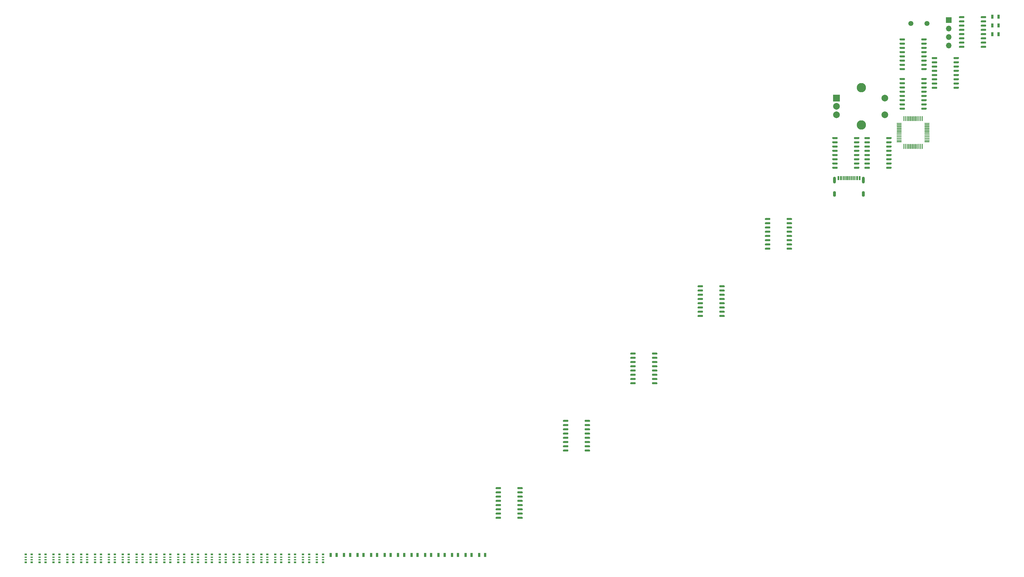
<source format=gbr>
%TF.GenerationSoftware,KiCad,Pcbnew,(5.1.6)-1*%
%TF.CreationDate,2022-08-21T13:28:18+08:00*%
%TF.ProjectId,feng,66656e67-2e6b-4696-9361-645f70636258,rev?*%
%TF.SameCoordinates,Original*%
%TF.FileFunction,Copper,L1,Top*%
%TF.FilePolarity,Positive*%
%FSLAX46Y46*%
G04 Gerber Fmt 4.6, Leading zero omitted, Abs format (unit mm)*
G04 Created by KiCad (PCBNEW (5.1.6)-1) date 2022-08-21 13:28:18*
%MOMM*%
%LPD*%
G01*
G04 APERTURE LIST*
%TA.AperFunction,ComponentPad*%
%ADD10C,1.500000*%
%TD*%
%TA.AperFunction,ComponentPad*%
%ADD11R,2.000000X2.000000*%
%TD*%
%TA.AperFunction,ComponentPad*%
%ADD12C,2.000000*%
%TD*%
%TA.AperFunction,ComponentPad*%
%ADD13C,2.800000*%
%TD*%
%TA.AperFunction,SMDPad,CuDef*%
%ADD14R,0.800000X0.500000*%
%TD*%
%TA.AperFunction,SMDPad,CuDef*%
%ADD15R,0.800000X0.400000*%
%TD*%
%TA.AperFunction,SMDPad,CuDef*%
%ADD16R,0.797560X1.198880*%
%TD*%
%TA.AperFunction,SMDPad,CuDef*%
%ADD17R,0.600000X1.160000*%
%TD*%
%TA.AperFunction,SMDPad,CuDef*%
%ADD18R,0.300000X1.160000*%
%TD*%
%TA.AperFunction,ComponentPad*%
%ADD19O,0.900000X1.700000*%
%TD*%
%TA.AperFunction,ComponentPad*%
%ADD20O,0.900000X2.000000*%
%TD*%
%TA.AperFunction,ComponentPad*%
%ADD21O,1.700000X1.700000*%
%TD*%
%TA.AperFunction,ComponentPad*%
%ADD22R,1.700000X1.700000*%
%TD*%
G04 APERTURE END LIST*
D10*
%TO.P,Y1,2*%
%TO.N,Net-(C8-Pad1)*%
X104031000Y-89722040D03*
%TO.P,Y1,1*%
%TO.N,Net-(C2-Pad1)*%
X99151000Y-89722040D03*
%TD*%
%TO.P,U12,48*%
%TO.N,+3V3*%
%TA.AperFunction,SMDPad,CuDef*%
G36*
G01*
X96951000Y-118922040D02*
X96951000Y-117597040D01*
G75*
G02*
X97026000Y-117522040I75000J0D01*
G01*
X97176000Y-117522040D01*
G75*
G02*
X97251000Y-117597040I0J-75000D01*
G01*
X97251000Y-118922040D01*
G75*
G02*
X97176000Y-118997040I-75000J0D01*
G01*
X97026000Y-118997040D01*
G75*
G02*
X96951000Y-118922040I0J75000D01*
G01*
G37*
%TD.AperFunction*%
%TO.P,U12,47*%
%TO.N,GNDPWR*%
%TA.AperFunction,SMDPad,CuDef*%
G36*
G01*
X97451000Y-118922040D02*
X97451000Y-117597040D01*
G75*
G02*
X97526000Y-117522040I75000J0D01*
G01*
X97676000Y-117522040D01*
G75*
G02*
X97751000Y-117597040I0J-75000D01*
G01*
X97751000Y-118922040D01*
G75*
G02*
X97676000Y-118997040I-75000J0D01*
G01*
X97526000Y-118997040D01*
G75*
G02*
X97451000Y-118922040I0J75000D01*
G01*
G37*
%TD.AperFunction*%
%TO.P,U12,46*%
%TO.N,Net-(U12-Pad46)*%
%TA.AperFunction,SMDPad,CuDef*%
G36*
G01*
X97951000Y-118922040D02*
X97951000Y-117597040D01*
G75*
G02*
X98026000Y-117522040I75000J0D01*
G01*
X98176000Y-117522040D01*
G75*
G02*
X98251000Y-117597040I0J-75000D01*
G01*
X98251000Y-118922040D01*
G75*
G02*
X98176000Y-118997040I-75000J0D01*
G01*
X98026000Y-118997040D01*
G75*
G02*
X97951000Y-118922040I0J75000D01*
G01*
G37*
%TD.AperFunction*%
%TO.P,U12,45*%
%TO.N,Net-(U12-Pad45)*%
%TA.AperFunction,SMDPad,CuDef*%
G36*
G01*
X98451000Y-118922040D02*
X98451000Y-117597040D01*
G75*
G02*
X98526000Y-117522040I75000J0D01*
G01*
X98676000Y-117522040D01*
G75*
G02*
X98751000Y-117597040I0J-75000D01*
G01*
X98751000Y-118922040D01*
G75*
G02*
X98676000Y-118997040I-75000J0D01*
G01*
X98526000Y-118997040D01*
G75*
G02*
X98451000Y-118922040I0J75000D01*
G01*
G37*
%TD.AperFunction*%
%TO.P,U12,44*%
%TO.N,GNDPWR*%
%TA.AperFunction,SMDPad,CuDef*%
G36*
G01*
X98951000Y-118922040D02*
X98951000Y-117597040D01*
G75*
G02*
X99026000Y-117522040I75000J0D01*
G01*
X99176000Y-117522040D01*
G75*
G02*
X99251000Y-117597040I0J-75000D01*
G01*
X99251000Y-118922040D01*
G75*
G02*
X99176000Y-118997040I-75000J0D01*
G01*
X99026000Y-118997040D01*
G75*
G02*
X98951000Y-118922040I0J75000D01*
G01*
G37*
%TD.AperFunction*%
%TO.P,U12,43*%
%TO.N,Net-(U12-Pad43)*%
%TA.AperFunction,SMDPad,CuDef*%
G36*
G01*
X99451000Y-118922040D02*
X99451000Y-117597040D01*
G75*
G02*
X99526000Y-117522040I75000J0D01*
G01*
X99676000Y-117522040D01*
G75*
G02*
X99751000Y-117597040I0J-75000D01*
G01*
X99751000Y-118922040D01*
G75*
G02*
X99676000Y-118997040I-75000J0D01*
G01*
X99526000Y-118997040D01*
G75*
G02*
X99451000Y-118922040I0J75000D01*
G01*
G37*
%TD.AperFunction*%
%TO.P,U12,42*%
%TO.N,Net-(U12-Pad42)*%
%TA.AperFunction,SMDPad,CuDef*%
G36*
G01*
X99951000Y-118922040D02*
X99951000Y-117597040D01*
G75*
G02*
X100026000Y-117522040I75000J0D01*
G01*
X100176000Y-117522040D01*
G75*
G02*
X100251000Y-117597040I0J-75000D01*
G01*
X100251000Y-118922040D01*
G75*
G02*
X100176000Y-118997040I-75000J0D01*
G01*
X100026000Y-118997040D01*
G75*
G02*
X99951000Y-118922040I0J75000D01*
G01*
G37*
%TD.AperFunction*%
%TO.P,U12,41*%
%TO.N,Net-(U12-Pad41)*%
%TA.AperFunction,SMDPad,CuDef*%
G36*
G01*
X100451000Y-118922040D02*
X100451000Y-117597040D01*
G75*
G02*
X100526000Y-117522040I75000J0D01*
G01*
X100676000Y-117522040D01*
G75*
G02*
X100751000Y-117597040I0J-75000D01*
G01*
X100751000Y-118922040D01*
G75*
G02*
X100676000Y-118997040I-75000J0D01*
G01*
X100526000Y-118997040D01*
G75*
G02*
X100451000Y-118922040I0J75000D01*
G01*
G37*
%TD.AperFunction*%
%TO.P,U12,40*%
%TO.N,/SCAN_PL*%
%TA.AperFunction,SMDPad,CuDef*%
G36*
G01*
X100951000Y-118922040D02*
X100951000Y-117597040D01*
G75*
G02*
X101026000Y-117522040I75000J0D01*
G01*
X101176000Y-117522040D01*
G75*
G02*
X101251000Y-117597040I0J-75000D01*
G01*
X101251000Y-118922040D01*
G75*
G02*
X101176000Y-118997040I-75000J0D01*
G01*
X101026000Y-118997040D01*
G75*
G02*
X100951000Y-118922040I0J75000D01*
G01*
G37*
%TD.AperFunction*%
%TO.P,U12,39*%
%TO.N,/SCAN_CE*%
%TA.AperFunction,SMDPad,CuDef*%
G36*
G01*
X101451000Y-118922040D02*
X101451000Y-117597040D01*
G75*
G02*
X101526000Y-117522040I75000J0D01*
G01*
X101676000Y-117522040D01*
G75*
G02*
X101751000Y-117597040I0J-75000D01*
G01*
X101751000Y-118922040D01*
G75*
G02*
X101676000Y-118997040I-75000J0D01*
G01*
X101526000Y-118997040D01*
G75*
G02*
X101451000Y-118922040I0J75000D01*
G01*
G37*
%TD.AperFunction*%
%TO.P,U12,38*%
%TO.N,Net-(U12-Pad38)*%
%TA.AperFunction,SMDPad,CuDef*%
G36*
G01*
X101951000Y-118922040D02*
X101951000Y-117597040D01*
G75*
G02*
X102026000Y-117522040I75000J0D01*
G01*
X102176000Y-117522040D01*
G75*
G02*
X102251000Y-117597040I0J-75000D01*
G01*
X102251000Y-118922040D01*
G75*
G02*
X102176000Y-118997040I-75000J0D01*
G01*
X102026000Y-118997040D01*
G75*
G02*
X101951000Y-118922040I0J75000D01*
G01*
G37*
%TD.AperFunction*%
%TO.P,U12,37*%
%TO.N,/SWCLK*%
%TA.AperFunction,SMDPad,CuDef*%
G36*
G01*
X102451000Y-118922040D02*
X102451000Y-117597040D01*
G75*
G02*
X102526000Y-117522040I75000J0D01*
G01*
X102676000Y-117522040D01*
G75*
G02*
X102751000Y-117597040I0J-75000D01*
G01*
X102751000Y-118922040D01*
G75*
G02*
X102676000Y-118997040I-75000J0D01*
G01*
X102526000Y-118997040D01*
G75*
G02*
X102451000Y-118922040I0J75000D01*
G01*
G37*
%TD.AperFunction*%
%TO.P,U12,36*%
%TO.N,+3V3*%
%TA.AperFunction,SMDPad,CuDef*%
G36*
G01*
X103276000Y-119747040D02*
X103276000Y-119597040D01*
G75*
G02*
X103351000Y-119522040I75000J0D01*
G01*
X104676000Y-119522040D01*
G75*
G02*
X104751000Y-119597040I0J-75000D01*
G01*
X104751000Y-119747040D01*
G75*
G02*
X104676000Y-119822040I-75000J0D01*
G01*
X103351000Y-119822040D01*
G75*
G02*
X103276000Y-119747040I0J75000D01*
G01*
G37*
%TD.AperFunction*%
%TO.P,U12,35*%
%TO.N,GNDPWR*%
%TA.AperFunction,SMDPad,CuDef*%
G36*
G01*
X103276000Y-120247040D02*
X103276000Y-120097040D01*
G75*
G02*
X103351000Y-120022040I75000J0D01*
G01*
X104676000Y-120022040D01*
G75*
G02*
X104751000Y-120097040I0J-75000D01*
G01*
X104751000Y-120247040D01*
G75*
G02*
X104676000Y-120322040I-75000J0D01*
G01*
X103351000Y-120322040D01*
G75*
G02*
X103276000Y-120247040I0J75000D01*
G01*
G37*
%TD.AperFunction*%
%TO.P,U12,34*%
%TO.N,/SWDIO*%
%TA.AperFunction,SMDPad,CuDef*%
G36*
G01*
X103276000Y-120747040D02*
X103276000Y-120597040D01*
G75*
G02*
X103351000Y-120522040I75000J0D01*
G01*
X104676000Y-120522040D01*
G75*
G02*
X104751000Y-120597040I0J-75000D01*
G01*
X104751000Y-120747040D01*
G75*
G02*
X104676000Y-120822040I-75000J0D01*
G01*
X103351000Y-120822040D01*
G75*
G02*
X103276000Y-120747040I0J75000D01*
G01*
G37*
%TD.AperFunction*%
%TO.P,U12,33*%
%TO.N,Net-(R6-Pad1)*%
%TA.AperFunction,SMDPad,CuDef*%
G36*
G01*
X103276000Y-121247040D02*
X103276000Y-121097040D01*
G75*
G02*
X103351000Y-121022040I75000J0D01*
G01*
X104676000Y-121022040D01*
G75*
G02*
X104751000Y-121097040I0J-75000D01*
G01*
X104751000Y-121247040D01*
G75*
G02*
X104676000Y-121322040I-75000J0D01*
G01*
X103351000Y-121322040D01*
G75*
G02*
X103276000Y-121247040I0J75000D01*
G01*
G37*
%TD.AperFunction*%
%TO.P,U12,32*%
%TO.N,Net-(R5-Pad2)*%
%TA.AperFunction,SMDPad,CuDef*%
G36*
G01*
X103276000Y-121747040D02*
X103276000Y-121597040D01*
G75*
G02*
X103351000Y-121522040I75000J0D01*
G01*
X104676000Y-121522040D01*
G75*
G02*
X104751000Y-121597040I0J-75000D01*
G01*
X104751000Y-121747040D01*
G75*
G02*
X104676000Y-121822040I-75000J0D01*
G01*
X103351000Y-121822040D01*
G75*
G02*
X103276000Y-121747040I0J75000D01*
G01*
G37*
%TD.AperFunction*%
%TO.P,U12,31*%
%TO.N,Net-(U12-Pad31)*%
%TA.AperFunction,SMDPad,CuDef*%
G36*
G01*
X103276000Y-122247040D02*
X103276000Y-122097040D01*
G75*
G02*
X103351000Y-122022040I75000J0D01*
G01*
X104676000Y-122022040D01*
G75*
G02*
X104751000Y-122097040I0J-75000D01*
G01*
X104751000Y-122247040D01*
G75*
G02*
X104676000Y-122322040I-75000J0D01*
G01*
X103351000Y-122322040D01*
G75*
G02*
X103276000Y-122247040I0J75000D01*
G01*
G37*
%TD.AperFunction*%
%TO.P,U12,30*%
%TO.N,Net-(U12-Pad30)*%
%TA.AperFunction,SMDPad,CuDef*%
G36*
G01*
X103276000Y-122747040D02*
X103276000Y-122597040D01*
G75*
G02*
X103351000Y-122522040I75000J0D01*
G01*
X104676000Y-122522040D01*
G75*
G02*
X104751000Y-122597040I0J-75000D01*
G01*
X104751000Y-122747040D01*
G75*
G02*
X104676000Y-122822040I-75000J0D01*
G01*
X103351000Y-122822040D01*
G75*
G02*
X103276000Y-122747040I0J75000D01*
G01*
G37*
%TD.AperFunction*%
%TO.P,U12,29*%
%TO.N,Net-(U12-Pad29)*%
%TA.AperFunction,SMDPad,CuDef*%
G36*
G01*
X103276000Y-123247040D02*
X103276000Y-123097040D01*
G75*
G02*
X103351000Y-123022040I75000J0D01*
G01*
X104676000Y-123022040D01*
G75*
G02*
X104751000Y-123097040I0J-75000D01*
G01*
X104751000Y-123247040D01*
G75*
G02*
X104676000Y-123322040I-75000J0D01*
G01*
X103351000Y-123322040D01*
G75*
G02*
X103276000Y-123247040I0J75000D01*
G01*
G37*
%TD.AperFunction*%
%TO.P,U12,28*%
%TO.N,/SPI2_MOSI*%
%TA.AperFunction,SMDPad,CuDef*%
G36*
G01*
X103276000Y-123747040D02*
X103276000Y-123597040D01*
G75*
G02*
X103351000Y-123522040I75000J0D01*
G01*
X104676000Y-123522040D01*
G75*
G02*
X104751000Y-123597040I0J-75000D01*
G01*
X104751000Y-123747040D01*
G75*
G02*
X104676000Y-123822040I-75000J0D01*
G01*
X103351000Y-123822040D01*
G75*
G02*
X103276000Y-123747040I0J75000D01*
G01*
G37*
%TD.AperFunction*%
%TO.P,U12,27*%
%TO.N,Net-(U12-Pad27)*%
%TA.AperFunction,SMDPad,CuDef*%
G36*
G01*
X103276000Y-124247040D02*
X103276000Y-124097040D01*
G75*
G02*
X103351000Y-124022040I75000J0D01*
G01*
X104676000Y-124022040D01*
G75*
G02*
X104751000Y-124097040I0J-75000D01*
G01*
X104751000Y-124247040D01*
G75*
G02*
X104676000Y-124322040I-75000J0D01*
G01*
X103351000Y-124322040D01*
G75*
G02*
X103276000Y-124247040I0J75000D01*
G01*
G37*
%TD.AperFunction*%
%TO.P,U12,26*%
%TO.N,/SPI2_CLK*%
%TA.AperFunction,SMDPad,CuDef*%
G36*
G01*
X103276000Y-124747040D02*
X103276000Y-124597040D01*
G75*
G02*
X103351000Y-124522040I75000J0D01*
G01*
X104676000Y-124522040D01*
G75*
G02*
X104751000Y-124597040I0J-75000D01*
G01*
X104751000Y-124747040D01*
G75*
G02*
X104676000Y-124822040I-75000J0D01*
G01*
X103351000Y-124822040D01*
G75*
G02*
X103276000Y-124747040I0J75000D01*
G01*
G37*
%TD.AperFunction*%
%TO.P,U12,25*%
%TO.N,Net-(U12-Pad25)*%
%TA.AperFunction,SMDPad,CuDef*%
G36*
G01*
X103276000Y-125247040D02*
X103276000Y-125097040D01*
G75*
G02*
X103351000Y-125022040I75000J0D01*
G01*
X104676000Y-125022040D01*
G75*
G02*
X104751000Y-125097040I0J-75000D01*
G01*
X104751000Y-125247040D01*
G75*
G02*
X104676000Y-125322040I-75000J0D01*
G01*
X103351000Y-125322040D01*
G75*
G02*
X103276000Y-125247040I0J75000D01*
G01*
G37*
%TD.AperFunction*%
%TO.P,U12,24*%
%TO.N,+3V3*%
%TA.AperFunction,SMDPad,CuDef*%
G36*
G01*
X102451000Y-127247040D02*
X102451000Y-125922040D01*
G75*
G02*
X102526000Y-125847040I75000J0D01*
G01*
X102676000Y-125847040D01*
G75*
G02*
X102751000Y-125922040I0J-75000D01*
G01*
X102751000Y-127247040D01*
G75*
G02*
X102676000Y-127322040I-75000J0D01*
G01*
X102526000Y-127322040D01*
G75*
G02*
X102451000Y-127247040I0J75000D01*
G01*
G37*
%TD.AperFunction*%
%TO.P,U12,23*%
%TO.N,GNDPWR*%
%TA.AperFunction,SMDPad,CuDef*%
G36*
G01*
X101951000Y-127247040D02*
X101951000Y-125922040D01*
G75*
G02*
X102026000Y-125847040I75000J0D01*
G01*
X102176000Y-125847040D01*
G75*
G02*
X102251000Y-125922040I0J-75000D01*
G01*
X102251000Y-127247040D01*
G75*
G02*
X102176000Y-127322040I-75000J0D01*
G01*
X102026000Y-127322040D01*
G75*
G02*
X101951000Y-127247040I0J75000D01*
G01*
G37*
%TD.AperFunction*%
%TO.P,U12,22*%
%TO.N,Net-(U12-Pad22)*%
%TA.AperFunction,SMDPad,CuDef*%
G36*
G01*
X101451000Y-127247040D02*
X101451000Y-125922040D01*
G75*
G02*
X101526000Y-125847040I75000J0D01*
G01*
X101676000Y-125847040D01*
G75*
G02*
X101751000Y-125922040I0J-75000D01*
G01*
X101751000Y-127247040D01*
G75*
G02*
X101676000Y-127322040I-75000J0D01*
G01*
X101526000Y-127322040D01*
G75*
G02*
X101451000Y-127247040I0J75000D01*
G01*
G37*
%TD.AperFunction*%
%TO.P,U12,21*%
%TO.N,Net-(U12-Pad21)*%
%TA.AperFunction,SMDPad,CuDef*%
G36*
G01*
X100951000Y-127247040D02*
X100951000Y-125922040D01*
G75*
G02*
X101026000Y-125847040I75000J0D01*
G01*
X101176000Y-125847040D01*
G75*
G02*
X101251000Y-125922040I0J-75000D01*
G01*
X101251000Y-127247040D01*
G75*
G02*
X101176000Y-127322040I-75000J0D01*
G01*
X101026000Y-127322040D01*
G75*
G02*
X100951000Y-127247040I0J75000D01*
G01*
G37*
%TD.AperFunction*%
%TO.P,U12,20*%
%TO.N,Net-(U12-Pad20)*%
%TA.AperFunction,SMDPad,CuDef*%
G36*
G01*
X100451000Y-127247040D02*
X100451000Y-125922040D01*
G75*
G02*
X100526000Y-125847040I75000J0D01*
G01*
X100676000Y-125847040D01*
G75*
G02*
X100751000Y-125922040I0J-75000D01*
G01*
X100751000Y-127247040D01*
G75*
G02*
X100676000Y-127322040I-75000J0D01*
G01*
X100526000Y-127322040D01*
G75*
G02*
X100451000Y-127247040I0J75000D01*
G01*
G37*
%TD.AperFunction*%
%TO.P,U12,19*%
%TO.N,Net-(U12-Pad19)*%
%TA.AperFunction,SMDPad,CuDef*%
G36*
G01*
X99951000Y-127247040D02*
X99951000Y-125922040D01*
G75*
G02*
X100026000Y-125847040I75000J0D01*
G01*
X100176000Y-125847040D01*
G75*
G02*
X100251000Y-125922040I0J-75000D01*
G01*
X100251000Y-127247040D01*
G75*
G02*
X100176000Y-127322040I-75000J0D01*
G01*
X100026000Y-127322040D01*
G75*
G02*
X99951000Y-127247040I0J75000D01*
G01*
G37*
%TD.AperFunction*%
%TO.P,U12,18*%
%TO.N,Net-(U12-Pad18)*%
%TA.AperFunction,SMDPad,CuDef*%
G36*
G01*
X99451000Y-127247040D02*
X99451000Y-125922040D01*
G75*
G02*
X99526000Y-125847040I75000J0D01*
G01*
X99676000Y-125847040D01*
G75*
G02*
X99751000Y-125922040I0J-75000D01*
G01*
X99751000Y-127247040D01*
G75*
G02*
X99676000Y-127322040I-75000J0D01*
G01*
X99526000Y-127322040D01*
G75*
G02*
X99451000Y-127247040I0J75000D01*
G01*
G37*
%TD.AperFunction*%
%TO.P,U12,17*%
%TO.N,Net-(U12-Pad17)*%
%TA.AperFunction,SMDPad,CuDef*%
G36*
G01*
X98951000Y-127247040D02*
X98951000Y-125922040D01*
G75*
G02*
X99026000Y-125847040I75000J0D01*
G01*
X99176000Y-125847040D01*
G75*
G02*
X99251000Y-125922040I0J-75000D01*
G01*
X99251000Y-127247040D01*
G75*
G02*
X99176000Y-127322040I-75000J0D01*
G01*
X99026000Y-127322040D01*
G75*
G02*
X98951000Y-127247040I0J75000D01*
G01*
G37*
%TD.AperFunction*%
%TO.P,U12,16*%
%TO.N,/SPI1_MISO*%
%TA.AperFunction,SMDPad,CuDef*%
G36*
G01*
X98451000Y-127247040D02*
X98451000Y-125922040D01*
G75*
G02*
X98526000Y-125847040I75000J0D01*
G01*
X98676000Y-125847040D01*
G75*
G02*
X98751000Y-125922040I0J-75000D01*
G01*
X98751000Y-127247040D01*
G75*
G02*
X98676000Y-127322040I-75000J0D01*
G01*
X98526000Y-127322040D01*
G75*
G02*
X98451000Y-127247040I0J75000D01*
G01*
G37*
%TD.AperFunction*%
%TO.P,U12,15*%
%TO.N,/SPI1_CLK*%
%TA.AperFunction,SMDPad,CuDef*%
G36*
G01*
X97951000Y-127247040D02*
X97951000Y-125922040D01*
G75*
G02*
X98026000Y-125847040I75000J0D01*
G01*
X98176000Y-125847040D01*
G75*
G02*
X98251000Y-125922040I0J-75000D01*
G01*
X98251000Y-127247040D01*
G75*
G02*
X98176000Y-127322040I-75000J0D01*
G01*
X98026000Y-127322040D01*
G75*
G02*
X97951000Y-127247040I0J75000D01*
G01*
G37*
%TD.AperFunction*%
%TO.P,U12,14*%
%TO.N,Net-(U12-Pad14)*%
%TA.AperFunction,SMDPad,CuDef*%
G36*
G01*
X97451000Y-127247040D02*
X97451000Y-125922040D01*
G75*
G02*
X97526000Y-125847040I75000J0D01*
G01*
X97676000Y-125847040D01*
G75*
G02*
X97751000Y-125922040I0J-75000D01*
G01*
X97751000Y-127247040D01*
G75*
G02*
X97676000Y-127322040I-75000J0D01*
G01*
X97526000Y-127322040D01*
G75*
G02*
X97451000Y-127247040I0J75000D01*
G01*
G37*
%TD.AperFunction*%
%TO.P,U12,13*%
%TO.N,Net-(U12-Pad13)*%
%TA.AperFunction,SMDPad,CuDef*%
G36*
G01*
X96951000Y-127247040D02*
X96951000Y-125922040D01*
G75*
G02*
X97026000Y-125847040I75000J0D01*
G01*
X97176000Y-125847040D01*
G75*
G02*
X97251000Y-125922040I0J-75000D01*
G01*
X97251000Y-127247040D01*
G75*
G02*
X97176000Y-127322040I-75000J0D01*
G01*
X97026000Y-127322040D01*
G75*
G02*
X96951000Y-127247040I0J75000D01*
G01*
G37*
%TD.AperFunction*%
%TO.P,U12,12*%
%TO.N,Net-(U12-Pad12)*%
%TA.AperFunction,SMDPad,CuDef*%
G36*
G01*
X94951000Y-125247040D02*
X94951000Y-125097040D01*
G75*
G02*
X95026000Y-125022040I75000J0D01*
G01*
X96351000Y-125022040D01*
G75*
G02*
X96426000Y-125097040I0J-75000D01*
G01*
X96426000Y-125247040D01*
G75*
G02*
X96351000Y-125322040I-75000J0D01*
G01*
X95026000Y-125322040D01*
G75*
G02*
X94951000Y-125247040I0J75000D01*
G01*
G37*
%TD.AperFunction*%
%TO.P,U12,11*%
%TO.N,Net-(U12-Pad11)*%
%TA.AperFunction,SMDPad,CuDef*%
G36*
G01*
X94951000Y-124747040D02*
X94951000Y-124597040D01*
G75*
G02*
X95026000Y-124522040I75000J0D01*
G01*
X96351000Y-124522040D01*
G75*
G02*
X96426000Y-124597040I0J-75000D01*
G01*
X96426000Y-124747040D01*
G75*
G02*
X96351000Y-124822040I-75000J0D01*
G01*
X95026000Y-124822040D01*
G75*
G02*
X94951000Y-124747040I0J75000D01*
G01*
G37*
%TD.AperFunction*%
%TO.P,U12,10*%
%TO.N,Net-(U12-Pad10)*%
%TA.AperFunction,SMDPad,CuDef*%
G36*
G01*
X94951000Y-124247040D02*
X94951000Y-124097040D01*
G75*
G02*
X95026000Y-124022040I75000J0D01*
G01*
X96351000Y-124022040D01*
G75*
G02*
X96426000Y-124097040I0J-75000D01*
G01*
X96426000Y-124247040D01*
G75*
G02*
X96351000Y-124322040I-75000J0D01*
G01*
X95026000Y-124322040D01*
G75*
G02*
X94951000Y-124247040I0J75000D01*
G01*
G37*
%TD.AperFunction*%
%TO.P,U12,9*%
%TO.N,+3V3*%
%TA.AperFunction,SMDPad,CuDef*%
G36*
G01*
X94951000Y-123747040D02*
X94951000Y-123597040D01*
G75*
G02*
X95026000Y-123522040I75000J0D01*
G01*
X96351000Y-123522040D01*
G75*
G02*
X96426000Y-123597040I0J-75000D01*
G01*
X96426000Y-123747040D01*
G75*
G02*
X96351000Y-123822040I-75000J0D01*
G01*
X95026000Y-123822040D01*
G75*
G02*
X94951000Y-123747040I0J75000D01*
G01*
G37*
%TD.AperFunction*%
%TO.P,U12,8*%
%TO.N,GNDPWR*%
%TA.AperFunction,SMDPad,CuDef*%
G36*
G01*
X94951000Y-123247040D02*
X94951000Y-123097040D01*
G75*
G02*
X95026000Y-123022040I75000J0D01*
G01*
X96351000Y-123022040D01*
G75*
G02*
X96426000Y-123097040I0J-75000D01*
G01*
X96426000Y-123247040D01*
G75*
G02*
X96351000Y-123322040I-75000J0D01*
G01*
X95026000Y-123322040D01*
G75*
G02*
X94951000Y-123247040I0J75000D01*
G01*
G37*
%TD.AperFunction*%
%TO.P,U12,7*%
%TO.N,Net-(C1-Pad1)*%
%TA.AperFunction,SMDPad,CuDef*%
G36*
G01*
X94951000Y-122747040D02*
X94951000Y-122597040D01*
G75*
G02*
X95026000Y-122522040I75000J0D01*
G01*
X96351000Y-122522040D01*
G75*
G02*
X96426000Y-122597040I0J-75000D01*
G01*
X96426000Y-122747040D01*
G75*
G02*
X96351000Y-122822040I-75000J0D01*
G01*
X95026000Y-122822040D01*
G75*
G02*
X94951000Y-122747040I0J75000D01*
G01*
G37*
%TD.AperFunction*%
%TO.P,U12,6*%
%TO.N,Net-(C8-Pad1)*%
%TA.AperFunction,SMDPad,CuDef*%
G36*
G01*
X94951000Y-122247040D02*
X94951000Y-122097040D01*
G75*
G02*
X95026000Y-122022040I75000J0D01*
G01*
X96351000Y-122022040D01*
G75*
G02*
X96426000Y-122097040I0J-75000D01*
G01*
X96426000Y-122247040D01*
G75*
G02*
X96351000Y-122322040I-75000J0D01*
G01*
X95026000Y-122322040D01*
G75*
G02*
X94951000Y-122247040I0J75000D01*
G01*
G37*
%TD.AperFunction*%
%TO.P,U12,5*%
%TO.N,Net-(C2-Pad1)*%
%TA.AperFunction,SMDPad,CuDef*%
G36*
G01*
X94951000Y-121747040D02*
X94951000Y-121597040D01*
G75*
G02*
X95026000Y-121522040I75000J0D01*
G01*
X96351000Y-121522040D01*
G75*
G02*
X96426000Y-121597040I0J-75000D01*
G01*
X96426000Y-121747040D01*
G75*
G02*
X96351000Y-121822040I-75000J0D01*
G01*
X95026000Y-121822040D01*
G75*
G02*
X94951000Y-121747040I0J75000D01*
G01*
G37*
%TD.AperFunction*%
%TO.P,U12,4*%
%TO.N,Net-(U12-Pad4)*%
%TA.AperFunction,SMDPad,CuDef*%
G36*
G01*
X94951000Y-121247040D02*
X94951000Y-121097040D01*
G75*
G02*
X95026000Y-121022040I75000J0D01*
G01*
X96351000Y-121022040D01*
G75*
G02*
X96426000Y-121097040I0J-75000D01*
G01*
X96426000Y-121247040D01*
G75*
G02*
X96351000Y-121322040I-75000J0D01*
G01*
X95026000Y-121322040D01*
G75*
G02*
X94951000Y-121247040I0J75000D01*
G01*
G37*
%TD.AperFunction*%
%TO.P,U12,3*%
%TO.N,Net-(U12-Pad3)*%
%TA.AperFunction,SMDPad,CuDef*%
G36*
G01*
X94951000Y-120747040D02*
X94951000Y-120597040D01*
G75*
G02*
X95026000Y-120522040I75000J0D01*
G01*
X96351000Y-120522040D01*
G75*
G02*
X96426000Y-120597040I0J-75000D01*
G01*
X96426000Y-120747040D01*
G75*
G02*
X96351000Y-120822040I-75000J0D01*
G01*
X95026000Y-120822040D01*
G75*
G02*
X94951000Y-120747040I0J75000D01*
G01*
G37*
%TD.AperFunction*%
%TO.P,U12,2*%
%TO.N,Net-(U12-Pad2)*%
%TA.AperFunction,SMDPad,CuDef*%
G36*
G01*
X94951000Y-120247040D02*
X94951000Y-120097040D01*
G75*
G02*
X95026000Y-120022040I75000J0D01*
G01*
X96351000Y-120022040D01*
G75*
G02*
X96426000Y-120097040I0J-75000D01*
G01*
X96426000Y-120247040D01*
G75*
G02*
X96351000Y-120322040I-75000J0D01*
G01*
X95026000Y-120322040D01*
G75*
G02*
X94951000Y-120247040I0J75000D01*
G01*
G37*
%TD.AperFunction*%
%TO.P,U12,1*%
%TO.N,Net-(U12-Pad1)*%
%TA.AperFunction,SMDPad,CuDef*%
G36*
G01*
X94951000Y-119747040D02*
X94951000Y-119597040D01*
G75*
G02*
X95026000Y-119522040I75000J0D01*
G01*
X96351000Y-119522040D01*
G75*
G02*
X96426000Y-119597040I0J-75000D01*
G01*
X96426000Y-119747040D01*
G75*
G02*
X96351000Y-119822040I-75000J0D01*
G01*
X95026000Y-119822040D01*
G75*
G02*
X94951000Y-119747040I0J75000D01*
G01*
G37*
%TD.AperFunction*%
%TD*%
%TO.P,U11,16*%
%TO.N,+3V3*%
%TA.AperFunction,SMDPad,CuDef*%
G36*
G01*
X102301000Y-94677040D02*
X102301000Y-94377040D01*
G75*
G02*
X102451000Y-94227040I150000J0D01*
G01*
X103751000Y-94227040D01*
G75*
G02*
X103901000Y-94377040I0J-150000D01*
G01*
X103901000Y-94677040D01*
G75*
G02*
X103751000Y-94827040I-150000J0D01*
G01*
X102451000Y-94827040D01*
G75*
G02*
X102301000Y-94677040I0J150000D01*
G01*
G37*
%TD.AperFunction*%
%TO.P,U11,15*%
%TO.N,/SCAN_CE*%
%TA.AperFunction,SMDPad,CuDef*%
G36*
G01*
X102301000Y-95947040D02*
X102301000Y-95647040D01*
G75*
G02*
X102451000Y-95497040I150000J0D01*
G01*
X103751000Y-95497040D01*
G75*
G02*
X103901000Y-95647040I0J-150000D01*
G01*
X103901000Y-95947040D01*
G75*
G02*
X103751000Y-96097040I-150000J0D01*
G01*
X102451000Y-96097040D01*
G75*
G02*
X102301000Y-95947040I0J150000D01*
G01*
G37*
%TD.AperFunction*%
%TO.P,U11,14*%
%TO.N,Net-(RN11-Pad4)*%
%TA.AperFunction,SMDPad,CuDef*%
G36*
G01*
X102301000Y-97217040D02*
X102301000Y-96917040D01*
G75*
G02*
X102451000Y-96767040I150000J0D01*
G01*
X103751000Y-96767040D01*
G75*
G02*
X103901000Y-96917040I0J-150000D01*
G01*
X103901000Y-97217040D01*
G75*
G02*
X103751000Y-97367040I-150000J0D01*
G01*
X102451000Y-97367040D01*
G75*
G02*
X102301000Y-97217040I0J150000D01*
G01*
G37*
%TD.AperFunction*%
%TO.P,U11,13*%
%TO.N,Net-(RN11-Pad3)*%
%TA.AperFunction,SMDPad,CuDef*%
G36*
G01*
X102301000Y-98487040D02*
X102301000Y-98187040D01*
G75*
G02*
X102451000Y-98037040I150000J0D01*
G01*
X103751000Y-98037040D01*
G75*
G02*
X103901000Y-98187040I0J-150000D01*
G01*
X103901000Y-98487040D01*
G75*
G02*
X103751000Y-98637040I-150000J0D01*
G01*
X102451000Y-98637040D01*
G75*
G02*
X102301000Y-98487040I0J150000D01*
G01*
G37*
%TD.AperFunction*%
%TO.P,U11,12*%
%TO.N,Net-(RN11-Pad2)*%
%TA.AperFunction,SMDPad,CuDef*%
G36*
G01*
X102301000Y-99757040D02*
X102301000Y-99457040D01*
G75*
G02*
X102451000Y-99307040I150000J0D01*
G01*
X103751000Y-99307040D01*
G75*
G02*
X103901000Y-99457040I0J-150000D01*
G01*
X103901000Y-99757040D01*
G75*
G02*
X103751000Y-99907040I-150000J0D01*
G01*
X102451000Y-99907040D01*
G75*
G02*
X102301000Y-99757040I0J150000D01*
G01*
G37*
%TD.AperFunction*%
%TO.P,U11,11*%
%TO.N,Net-(RN11-Pad1)*%
%TA.AperFunction,SMDPad,CuDef*%
G36*
G01*
X102301000Y-101027040D02*
X102301000Y-100727040D01*
G75*
G02*
X102451000Y-100577040I150000J0D01*
G01*
X103751000Y-100577040D01*
G75*
G02*
X103901000Y-100727040I0J-150000D01*
G01*
X103901000Y-101027040D01*
G75*
G02*
X103751000Y-101177040I-150000J0D01*
G01*
X102451000Y-101177040D01*
G75*
G02*
X102301000Y-101027040I0J150000D01*
G01*
G37*
%TD.AperFunction*%
%TO.P,U11,10*%
%TO.N,Net-(U11-Pad10)*%
%TA.AperFunction,SMDPad,CuDef*%
G36*
G01*
X102301000Y-102297040D02*
X102301000Y-101997040D01*
G75*
G02*
X102451000Y-101847040I150000J0D01*
G01*
X103751000Y-101847040D01*
G75*
G02*
X103901000Y-101997040I0J-150000D01*
G01*
X103901000Y-102297040D01*
G75*
G02*
X103751000Y-102447040I-150000J0D01*
G01*
X102451000Y-102447040D01*
G75*
G02*
X102301000Y-102297040I0J150000D01*
G01*
G37*
%TD.AperFunction*%
%TO.P,U11,9*%
%TO.N,Net-(U10-Pad10)*%
%TA.AperFunction,SMDPad,CuDef*%
G36*
G01*
X102301000Y-103567040D02*
X102301000Y-103267040D01*
G75*
G02*
X102451000Y-103117040I150000J0D01*
G01*
X103751000Y-103117040D01*
G75*
G02*
X103901000Y-103267040I0J-150000D01*
G01*
X103901000Y-103567040D01*
G75*
G02*
X103751000Y-103717040I-150000J0D01*
G01*
X102451000Y-103717040D01*
G75*
G02*
X102301000Y-103567040I0J150000D01*
G01*
G37*
%TD.AperFunction*%
%TO.P,U11,8*%
%TO.N,GNDPWR*%
%TA.AperFunction,SMDPad,CuDef*%
G36*
G01*
X95801000Y-103567040D02*
X95801000Y-103267040D01*
G75*
G02*
X95951000Y-103117040I150000J0D01*
G01*
X97251000Y-103117040D01*
G75*
G02*
X97401000Y-103267040I0J-150000D01*
G01*
X97401000Y-103567040D01*
G75*
G02*
X97251000Y-103717040I-150000J0D01*
G01*
X95951000Y-103717040D01*
G75*
G02*
X95801000Y-103567040I0J150000D01*
G01*
G37*
%TD.AperFunction*%
%TO.P,U11,7*%
%TO.N,Net-(U11-Pad7)*%
%TA.AperFunction,SMDPad,CuDef*%
G36*
G01*
X95801000Y-102297040D02*
X95801000Y-101997040D01*
G75*
G02*
X95951000Y-101847040I150000J0D01*
G01*
X97251000Y-101847040D01*
G75*
G02*
X97401000Y-101997040I0J-150000D01*
G01*
X97401000Y-102297040D01*
G75*
G02*
X97251000Y-102447040I-150000J0D01*
G01*
X95951000Y-102447040D01*
G75*
G02*
X95801000Y-102297040I0J150000D01*
G01*
G37*
%TD.AperFunction*%
%TO.P,U11,6*%
%TO.N,Net-(RN22-Pad4)*%
%TA.AperFunction,SMDPad,CuDef*%
G36*
G01*
X95801000Y-101027040D02*
X95801000Y-100727040D01*
G75*
G02*
X95951000Y-100577040I150000J0D01*
G01*
X97251000Y-100577040D01*
G75*
G02*
X97401000Y-100727040I0J-150000D01*
G01*
X97401000Y-101027040D01*
G75*
G02*
X97251000Y-101177040I-150000J0D01*
G01*
X95951000Y-101177040D01*
G75*
G02*
X95801000Y-101027040I0J150000D01*
G01*
G37*
%TD.AperFunction*%
%TO.P,U11,5*%
%TO.N,Net-(RN22-Pad3)*%
%TA.AperFunction,SMDPad,CuDef*%
G36*
G01*
X95801000Y-99757040D02*
X95801000Y-99457040D01*
G75*
G02*
X95951000Y-99307040I150000J0D01*
G01*
X97251000Y-99307040D01*
G75*
G02*
X97401000Y-99457040I0J-150000D01*
G01*
X97401000Y-99757040D01*
G75*
G02*
X97251000Y-99907040I-150000J0D01*
G01*
X95951000Y-99907040D01*
G75*
G02*
X95801000Y-99757040I0J150000D01*
G01*
G37*
%TD.AperFunction*%
%TO.P,U11,4*%
%TO.N,Net-(RN22-Pad2)*%
%TA.AperFunction,SMDPad,CuDef*%
G36*
G01*
X95801000Y-98487040D02*
X95801000Y-98187040D01*
G75*
G02*
X95951000Y-98037040I150000J0D01*
G01*
X97251000Y-98037040D01*
G75*
G02*
X97401000Y-98187040I0J-150000D01*
G01*
X97401000Y-98487040D01*
G75*
G02*
X97251000Y-98637040I-150000J0D01*
G01*
X95951000Y-98637040D01*
G75*
G02*
X95801000Y-98487040I0J150000D01*
G01*
G37*
%TD.AperFunction*%
%TO.P,U11,3*%
%TO.N,Net-(RN22-Pad1)*%
%TA.AperFunction,SMDPad,CuDef*%
G36*
G01*
X95801000Y-97217040D02*
X95801000Y-96917040D01*
G75*
G02*
X95951000Y-96767040I150000J0D01*
G01*
X97251000Y-96767040D01*
G75*
G02*
X97401000Y-96917040I0J-150000D01*
G01*
X97401000Y-97217040D01*
G75*
G02*
X97251000Y-97367040I-150000J0D01*
G01*
X95951000Y-97367040D01*
G75*
G02*
X95801000Y-97217040I0J150000D01*
G01*
G37*
%TD.AperFunction*%
%TO.P,U11,2*%
%TO.N,/SPI1_CLK*%
%TA.AperFunction,SMDPad,CuDef*%
G36*
G01*
X95801000Y-95947040D02*
X95801000Y-95647040D01*
G75*
G02*
X95951000Y-95497040I150000J0D01*
G01*
X97251000Y-95497040D01*
G75*
G02*
X97401000Y-95647040I0J-150000D01*
G01*
X97401000Y-95947040D01*
G75*
G02*
X97251000Y-96097040I-150000J0D01*
G01*
X95951000Y-96097040D01*
G75*
G02*
X95801000Y-95947040I0J150000D01*
G01*
G37*
%TD.AperFunction*%
%TO.P,U11,1*%
%TO.N,/SCAN_PL*%
%TA.AperFunction,SMDPad,CuDef*%
G36*
G01*
X95801000Y-94677040D02*
X95801000Y-94377040D01*
G75*
G02*
X95951000Y-94227040I150000J0D01*
G01*
X97251000Y-94227040D01*
G75*
G02*
X97401000Y-94377040I0J-150000D01*
G01*
X97401000Y-94677040D01*
G75*
G02*
X97251000Y-94827040I-150000J0D01*
G01*
X95951000Y-94827040D01*
G75*
G02*
X95801000Y-94677040I0J150000D01*
G01*
G37*
%TD.AperFunction*%
%TD*%
%TO.P,U10,16*%
%TO.N,+3V3*%
%TA.AperFunction,SMDPad,CuDef*%
G36*
G01*
X102301000Y-106527040D02*
X102301000Y-106227040D01*
G75*
G02*
X102451000Y-106077040I150000J0D01*
G01*
X103751000Y-106077040D01*
G75*
G02*
X103901000Y-106227040I0J-150000D01*
G01*
X103901000Y-106527040D01*
G75*
G02*
X103751000Y-106677040I-150000J0D01*
G01*
X102451000Y-106677040D01*
G75*
G02*
X102301000Y-106527040I0J150000D01*
G01*
G37*
%TD.AperFunction*%
%TO.P,U10,15*%
%TO.N,/SCAN_CE*%
%TA.AperFunction,SMDPad,CuDef*%
G36*
G01*
X102301000Y-107797040D02*
X102301000Y-107497040D01*
G75*
G02*
X102451000Y-107347040I150000J0D01*
G01*
X103751000Y-107347040D01*
G75*
G02*
X103901000Y-107497040I0J-150000D01*
G01*
X103901000Y-107797040D01*
G75*
G02*
X103751000Y-107947040I-150000J0D01*
G01*
X102451000Y-107947040D01*
G75*
G02*
X102301000Y-107797040I0J150000D01*
G01*
G37*
%TD.AperFunction*%
%TO.P,U10,14*%
%TO.N,Net-(RN10-Pad4)*%
%TA.AperFunction,SMDPad,CuDef*%
G36*
G01*
X102301000Y-109067040D02*
X102301000Y-108767040D01*
G75*
G02*
X102451000Y-108617040I150000J0D01*
G01*
X103751000Y-108617040D01*
G75*
G02*
X103901000Y-108767040I0J-150000D01*
G01*
X103901000Y-109067040D01*
G75*
G02*
X103751000Y-109217040I-150000J0D01*
G01*
X102451000Y-109217040D01*
G75*
G02*
X102301000Y-109067040I0J150000D01*
G01*
G37*
%TD.AperFunction*%
%TO.P,U10,13*%
%TO.N,Net-(RN10-Pad3)*%
%TA.AperFunction,SMDPad,CuDef*%
G36*
G01*
X102301000Y-110337040D02*
X102301000Y-110037040D01*
G75*
G02*
X102451000Y-109887040I150000J0D01*
G01*
X103751000Y-109887040D01*
G75*
G02*
X103901000Y-110037040I0J-150000D01*
G01*
X103901000Y-110337040D01*
G75*
G02*
X103751000Y-110487040I-150000J0D01*
G01*
X102451000Y-110487040D01*
G75*
G02*
X102301000Y-110337040I0J150000D01*
G01*
G37*
%TD.AperFunction*%
%TO.P,U10,12*%
%TO.N,Net-(RN10-Pad2)*%
%TA.AperFunction,SMDPad,CuDef*%
G36*
G01*
X102301000Y-111607040D02*
X102301000Y-111307040D01*
G75*
G02*
X102451000Y-111157040I150000J0D01*
G01*
X103751000Y-111157040D01*
G75*
G02*
X103901000Y-111307040I0J-150000D01*
G01*
X103901000Y-111607040D01*
G75*
G02*
X103751000Y-111757040I-150000J0D01*
G01*
X102451000Y-111757040D01*
G75*
G02*
X102301000Y-111607040I0J150000D01*
G01*
G37*
%TD.AperFunction*%
%TO.P,U10,11*%
%TO.N,Net-(RN10-Pad1)*%
%TA.AperFunction,SMDPad,CuDef*%
G36*
G01*
X102301000Y-112877040D02*
X102301000Y-112577040D01*
G75*
G02*
X102451000Y-112427040I150000J0D01*
G01*
X103751000Y-112427040D01*
G75*
G02*
X103901000Y-112577040I0J-150000D01*
G01*
X103901000Y-112877040D01*
G75*
G02*
X103751000Y-113027040I-150000J0D01*
G01*
X102451000Y-113027040D01*
G75*
G02*
X102301000Y-112877040I0J150000D01*
G01*
G37*
%TD.AperFunction*%
%TO.P,U10,10*%
%TO.N,Net-(U10-Pad10)*%
%TA.AperFunction,SMDPad,CuDef*%
G36*
G01*
X102301000Y-114147040D02*
X102301000Y-113847040D01*
G75*
G02*
X102451000Y-113697040I150000J0D01*
G01*
X103751000Y-113697040D01*
G75*
G02*
X103901000Y-113847040I0J-150000D01*
G01*
X103901000Y-114147040D01*
G75*
G02*
X103751000Y-114297040I-150000J0D01*
G01*
X102451000Y-114297040D01*
G75*
G02*
X102301000Y-114147040I0J150000D01*
G01*
G37*
%TD.AperFunction*%
%TO.P,U10,9*%
%TO.N,Net-(U10-Pad9)*%
%TA.AperFunction,SMDPad,CuDef*%
G36*
G01*
X102301000Y-115417040D02*
X102301000Y-115117040D01*
G75*
G02*
X102451000Y-114967040I150000J0D01*
G01*
X103751000Y-114967040D01*
G75*
G02*
X103901000Y-115117040I0J-150000D01*
G01*
X103901000Y-115417040D01*
G75*
G02*
X103751000Y-115567040I-150000J0D01*
G01*
X102451000Y-115567040D01*
G75*
G02*
X102301000Y-115417040I0J150000D01*
G01*
G37*
%TD.AperFunction*%
%TO.P,U10,8*%
%TO.N,GNDPWR*%
%TA.AperFunction,SMDPad,CuDef*%
G36*
G01*
X95801000Y-115417040D02*
X95801000Y-115117040D01*
G75*
G02*
X95951000Y-114967040I150000J0D01*
G01*
X97251000Y-114967040D01*
G75*
G02*
X97401000Y-115117040I0J-150000D01*
G01*
X97401000Y-115417040D01*
G75*
G02*
X97251000Y-115567040I-150000J0D01*
G01*
X95951000Y-115567040D01*
G75*
G02*
X95801000Y-115417040I0J150000D01*
G01*
G37*
%TD.AperFunction*%
%TO.P,U10,7*%
%TO.N,Net-(U10-Pad7)*%
%TA.AperFunction,SMDPad,CuDef*%
G36*
G01*
X95801000Y-114147040D02*
X95801000Y-113847040D01*
G75*
G02*
X95951000Y-113697040I150000J0D01*
G01*
X97251000Y-113697040D01*
G75*
G02*
X97401000Y-113847040I0J-150000D01*
G01*
X97401000Y-114147040D01*
G75*
G02*
X97251000Y-114297040I-150000J0D01*
G01*
X95951000Y-114297040D01*
G75*
G02*
X95801000Y-114147040I0J150000D01*
G01*
G37*
%TD.AperFunction*%
%TO.P,U10,6*%
%TO.N,Net-(RN21-Pad4)*%
%TA.AperFunction,SMDPad,CuDef*%
G36*
G01*
X95801000Y-112877040D02*
X95801000Y-112577040D01*
G75*
G02*
X95951000Y-112427040I150000J0D01*
G01*
X97251000Y-112427040D01*
G75*
G02*
X97401000Y-112577040I0J-150000D01*
G01*
X97401000Y-112877040D01*
G75*
G02*
X97251000Y-113027040I-150000J0D01*
G01*
X95951000Y-113027040D01*
G75*
G02*
X95801000Y-112877040I0J150000D01*
G01*
G37*
%TD.AperFunction*%
%TO.P,U10,5*%
%TO.N,Net-(RN21-Pad3)*%
%TA.AperFunction,SMDPad,CuDef*%
G36*
G01*
X95801000Y-111607040D02*
X95801000Y-111307040D01*
G75*
G02*
X95951000Y-111157040I150000J0D01*
G01*
X97251000Y-111157040D01*
G75*
G02*
X97401000Y-111307040I0J-150000D01*
G01*
X97401000Y-111607040D01*
G75*
G02*
X97251000Y-111757040I-150000J0D01*
G01*
X95951000Y-111757040D01*
G75*
G02*
X95801000Y-111607040I0J150000D01*
G01*
G37*
%TD.AperFunction*%
%TO.P,U10,4*%
%TO.N,Net-(RN21-Pad2)*%
%TA.AperFunction,SMDPad,CuDef*%
G36*
G01*
X95801000Y-110337040D02*
X95801000Y-110037040D01*
G75*
G02*
X95951000Y-109887040I150000J0D01*
G01*
X97251000Y-109887040D01*
G75*
G02*
X97401000Y-110037040I0J-150000D01*
G01*
X97401000Y-110337040D01*
G75*
G02*
X97251000Y-110487040I-150000J0D01*
G01*
X95951000Y-110487040D01*
G75*
G02*
X95801000Y-110337040I0J150000D01*
G01*
G37*
%TD.AperFunction*%
%TO.P,U10,3*%
%TO.N,Net-(RN21-Pad1)*%
%TA.AperFunction,SMDPad,CuDef*%
G36*
G01*
X95801000Y-109067040D02*
X95801000Y-108767040D01*
G75*
G02*
X95951000Y-108617040I150000J0D01*
G01*
X97251000Y-108617040D01*
G75*
G02*
X97401000Y-108767040I0J-150000D01*
G01*
X97401000Y-109067040D01*
G75*
G02*
X97251000Y-109217040I-150000J0D01*
G01*
X95951000Y-109217040D01*
G75*
G02*
X95801000Y-109067040I0J150000D01*
G01*
G37*
%TD.AperFunction*%
%TO.P,U10,2*%
%TO.N,/SPI1_CLK*%
%TA.AperFunction,SMDPad,CuDef*%
G36*
G01*
X95801000Y-107797040D02*
X95801000Y-107497040D01*
G75*
G02*
X95951000Y-107347040I150000J0D01*
G01*
X97251000Y-107347040D01*
G75*
G02*
X97401000Y-107497040I0J-150000D01*
G01*
X97401000Y-107797040D01*
G75*
G02*
X97251000Y-107947040I-150000J0D01*
G01*
X95951000Y-107947040D01*
G75*
G02*
X95801000Y-107797040I0J150000D01*
G01*
G37*
%TD.AperFunction*%
%TO.P,U10,1*%
%TO.N,/SCAN_PL*%
%TA.AperFunction,SMDPad,CuDef*%
G36*
G01*
X95801000Y-106527040D02*
X95801000Y-106227040D01*
G75*
G02*
X95951000Y-106077040I150000J0D01*
G01*
X97251000Y-106077040D01*
G75*
G02*
X97401000Y-106227040I0J-150000D01*
G01*
X97401000Y-106527040D01*
G75*
G02*
X97251000Y-106677040I-150000J0D01*
G01*
X95951000Y-106677040D01*
G75*
G02*
X95801000Y-106527040I0J150000D01*
G01*
G37*
%TD.AperFunction*%
%TD*%
%TO.P,U9,16*%
%TO.N,+3V3*%
%TA.AperFunction,SMDPad,CuDef*%
G36*
G01*
X82151000Y-124227040D02*
X82151000Y-123927040D01*
G75*
G02*
X82301000Y-123777040I150000J0D01*
G01*
X83601000Y-123777040D01*
G75*
G02*
X83751000Y-123927040I0J-150000D01*
G01*
X83751000Y-124227040D01*
G75*
G02*
X83601000Y-124377040I-150000J0D01*
G01*
X82301000Y-124377040D01*
G75*
G02*
X82151000Y-124227040I0J150000D01*
G01*
G37*
%TD.AperFunction*%
%TO.P,U9,15*%
%TO.N,/SCAN_CE*%
%TA.AperFunction,SMDPad,CuDef*%
G36*
G01*
X82151000Y-125497040D02*
X82151000Y-125197040D01*
G75*
G02*
X82301000Y-125047040I150000J0D01*
G01*
X83601000Y-125047040D01*
G75*
G02*
X83751000Y-125197040I0J-150000D01*
G01*
X83751000Y-125497040D01*
G75*
G02*
X83601000Y-125647040I-150000J0D01*
G01*
X82301000Y-125647040D01*
G75*
G02*
X82151000Y-125497040I0J150000D01*
G01*
G37*
%TD.AperFunction*%
%TO.P,U9,14*%
%TO.N,Net-(RN9-Pad4)*%
%TA.AperFunction,SMDPad,CuDef*%
G36*
G01*
X82151000Y-126767040D02*
X82151000Y-126467040D01*
G75*
G02*
X82301000Y-126317040I150000J0D01*
G01*
X83601000Y-126317040D01*
G75*
G02*
X83751000Y-126467040I0J-150000D01*
G01*
X83751000Y-126767040D01*
G75*
G02*
X83601000Y-126917040I-150000J0D01*
G01*
X82301000Y-126917040D01*
G75*
G02*
X82151000Y-126767040I0J150000D01*
G01*
G37*
%TD.AperFunction*%
%TO.P,U9,13*%
%TO.N,Net-(RN9-Pad3)*%
%TA.AperFunction,SMDPad,CuDef*%
G36*
G01*
X82151000Y-128037040D02*
X82151000Y-127737040D01*
G75*
G02*
X82301000Y-127587040I150000J0D01*
G01*
X83601000Y-127587040D01*
G75*
G02*
X83751000Y-127737040I0J-150000D01*
G01*
X83751000Y-128037040D01*
G75*
G02*
X83601000Y-128187040I-150000J0D01*
G01*
X82301000Y-128187040D01*
G75*
G02*
X82151000Y-128037040I0J150000D01*
G01*
G37*
%TD.AperFunction*%
%TO.P,U9,12*%
%TO.N,Net-(RN9-Pad2)*%
%TA.AperFunction,SMDPad,CuDef*%
G36*
G01*
X82151000Y-129307040D02*
X82151000Y-129007040D01*
G75*
G02*
X82301000Y-128857040I150000J0D01*
G01*
X83601000Y-128857040D01*
G75*
G02*
X83751000Y-129007040I0J-150000D01*
G01*
X83751000Y-129307040D01*
G75*
G02*
X83601000Y-129457040I-150000J0D01*
G01*
X82301000Y-129457040D01*
G75*
G02*
X82151000Y-129307040I0J150000D01*
G01*
G37*
%TD.AperFunction*%
%TO.P,U9,11*%
%TO.N,Net-(RN9-Pad1)*%
%TA.AperFunction,SMDPad,CuDef*%
G36*
G01*
X82151000Y-130577040D02*
X82151000Y-130277040D01*
G75*
G02*
X82301000Y-130127040I150000J0D01*
G01*
X83601000Y-130127040D01*
G75*
G02*
X83751000Y-130277040I0J-150000D01*
G01*
X83751000Y-130577040D01*
G75*
G02*
X83601000Y-130727040I-150000J0D01*
G01*
X82301000Y-130727040D01*
G75*
G02*
X82151000Y-130577040I0J150000D01*
G01*
G37*
%TD.AperFunction*%
%TO.P,U9,10*%
%TO.N,Net-(U10-Pad9)*%
%TA.AperFunction,SMDPad,CuDef*%
G36*
G01*
X82151000Y-131847040D02*
X82151000Y-131547040D01*
G75*
G02*
X82301000Y-131397040I150000J0D01*
G01*
X83601000Y-131397040D01*
G75*
G02*
X83751000Y-131547040I0J-150000D01*
G01*
X83751000Y-131847040D01*
G75*
G02*
X83601000Y-131997040I-150000J0D01*
G01*
X82301000Y-131997040D01*
G75*
G02*
X82151000Y-131847040I0J150000D01*
G01*
G37*
%TD.AperFunction*%
%TO.P,U9,9*%
%TO.N,Net-(U8-Pad10)*%
%TA.AperFunction,SMDPad,CuDef*%
G36*
G01*
X82151000Y-133117040D02*
X82151000Y-132817040D01*
G75*
G02*
X82301000Y-132667040I150000J0D01*
G01*
X83601000Y-132667040D01*
G75*
G02*
X83751000Y-132817040I0J-150000D01*
G01*
X83751000Y-133117040D01*
G75*
G02*
X83601000Y-133267040I-150000J0D01*
G01*
X82301000Y-133267040D01*
G75*
G02*
X82151000Y-133117040I0J150000D01*
G01*
G37*
%TD.AperFunction*%
%TO.P,U9,8*%
%TO.N,GNDPWR*%
%TA.AperFunction,SMDPad,CuDef*%
G36*
G01*
X75651000Y-133117040D02*
X75651000Y-132817040D01*
G75*
G02*
X75801000Y-132667040I150000J0D01*
G01*
X77101000Y-132667040D01*
G75*
G02*
X77251000Y-132817040I0J-150000D01*
G01*
X77251000Y-133117040D01*
G75*
G02*
X77101000Y-133267040I-150000J0D01*
G01*
X75801000Y-133267040D01*
G75*
G02*
X75651000Y-133117040I0J150000D01*
G01*
G37*
%TD.AperFunction*%
%TO.P,U9,7*%
%TO.N,Net-(U9-Pad7)*%
%TA.AperFunction,SMDPad,CuDef*%
G36*
G01*
X75651000Y-131847040D02*
X75651000Y-131547040D01*
G75*
G02*
X75801000Y-131397040I150000J0D01*
G01*
X77101000Y-131397040D01*
G75*
G02*
X77251000Y-131547040I0J-150000D01*
G01*
X77251000Y-131847040D01*
G75*
G02*
X77101000Y-131997040I-150000J0D01*
G01*
X75801000Y-131997040D01*
G75*
G02*
X75651000Y-131847040I0J150000D01*
G01*
G37*
%TD.AperFunction*%
%TO.P,U9,6*%
%TO.N,Net-(RN20-Pad4)*%
%TA.AperFunction,SMDPad,CuDef*%
G36*
G01*
X75651000Y-130577040D02*
X75651000Y-130277040D01*
G75*
G02*
X75801000Y-130127040I150000J0D01*
G01*
X77101000Y-130127040D01*
G75*
G02*
X77251000Y-130277040I0J-150000D01*
G01*
X77251000Y-130577040D01*
G75*
G02*
X77101000Y-130727040I-150000J0D01*
G01*
X75801000Y-130727040D01*
G75*
G02*
X75651000Y-130577040I0J150000D01*
G01*
G37*
%TD.AperFunction*%
%TO.P,U9,5*%
%TO.N,Net-(RN20-Pad3)*%
%TA.AperFunction,SMDPad,CuDef*%
G36*
G01*
X75651000Y-129307040D02*
X75651000Y-129007040D01*
G75*
G02*
X75801000Y-128857040I150000J0D01*
G01*
X77101000Y-128857040D01*
G75*
G02*
X77251000Y-129007040I0J-150000D01*
G01*
X77251000Y-129307040D01*
G75*
G02*
X77101000Y-129457040I-150000J0D01*
G01*
X75801000Y-129457040D01*
G75*
G02*
X75651000Y-129307040I0J150000D01*
G01*
G37*
%TD.AperFunction*%
%TO.P,U9,4*%
%TO.N,Net-(RN20-Pad2)*%
%TA.AperFunction,SMDPad,CuDef*%
G36*
G01*
X75651000Y-128037040D02*
X75651000Y-127737040D01*
G75*
G02*
X75801000Y-127587040I150000J0D01*
G01*
X77101000Y-127587040D01*
G75*
G02*
X77251000Y-127737040I0J-150000D01*
G01*
X77251000Y-128037040D01*
G75*
G02*
X77101000Y-128187040I-150000J0D01*
G01*
X75801000Y-128187040D01*
G75*
G02*
X75651000Y-128037040I0J150000D01*
G01*
G37*
%TD.AperFunction*%
%TO.P,U9,3*%
%TO.N,Net-(RN20-Pad1)*%
%TA.AperFunction,SMDPad,CuDef*%
G36*
G01*
X75651000Y-126767040D02*
X75651000Y-126467040D01*
G75*
G02*
X75801000Y-126317040I150000J0D01*
G01*
X77101000Y-126317040D01*
G75*
G02*
X77251000Y-126467040I0J-150000D01*
G01*
X77251000Y-126767040D01*
G75*
G02*
X77101000Y-126917040I-150000J0D01*
G01*
X75801000Y-126917040D01*
G75*
G02*
X75651000Y-126767040I0J150000D01*
G01*
G37*
%TD.AperFunction*%
%TO.P,U9,2*%
%TO.N,/SPI1_CLK*%
%TA.AperFunction,SMDPad,CuDef*%
G36*
G01*
X75651000Y-125497040D02*
X75651000Y-125197040D01*
G75*
G02*
X75801000Y-125047040I150000J0D01*
G01*
X77101000Y-125047040D01*
G75*
G02*
X77251000Y-125197040I0J-150000D01*
G01*
X77251000Y-125497040D01*
G75*
G02*
X77101000Y-125647040I-150000J0D01*
G01*
X75801000Y-125647040D01*
G75*
G02*
X75651000Y-125497040I0J150000D01*
G01*
G37*
%TD.AperFunction*%
%TO.P,U9,1*%
%TO.N,/SCAN_PL*%
%TA.AperFunction,SMDPad,CuDef*%
G36*
G01*
X75651000Y-124227040D02*
X75651000Y-123927040D01*
G75*
G02*
X75801000Y-123777040I150000J0D01*
G01*
X77101000Y-123777040D01*
G75*
G02*
X77251000Y-123927040I0J-150000D01*
G01*
X77251000Y-124227040D01*
G75*
G02*
X77101000Y-124377040I-150000J0D01*
G01*
X75801000Y-124377040D01*
G75*
G02*
X75651000Y-124227040I0J150000D01*
G01*
G37*
%TD.AperFunction*%
%TD*%
%TO.P,U8,16*%
%TO.N,+3V3*%
%TA.AperFunction,SMDPad,CuDef*%
G36*
G01*
X-18599000Y-229077040D02*
X-18599000Y-228777040D01*
G75*
G02*
X-18449000Y-228627040I150000J0D01*
G01*
X-17149000Y-228627040D01*
G75*
G02*
X-16999000Y-228777040I0J-150000D01*
G01*
X-16999000Y-229077040D01*
G75*
G02*
X-17149000Y-229227040I-150000J0D01*
G01*
X-18449000Y-229227040D01*
G75*
G02*
X-18599000Y-229077040I0J150000D01*
G01*
G37*
%TD.AperFunction*%
%TO.P,U8,15*%
%TO.N,/SCAN_CE*%
%TA.AperFunction,SMDPad,CuDef*%
G36*
G01*
X-18599000Y-230347040D02*
X-18599000Y-230047040D01*
G75*
G02*
X-18449000Y-229897040I150000J0D01*
G01*
X-17149000Y-229897040D01*
G75*
G02*
X-16999000Y-230047040I0J-150000D01*
G01*
X-16999000Y-230347040D01*
G75*
G02*
X-17149000Y-230497040I-150000J0D01*
G01*
X-18449000Y-230497040D01*
G75*
G02*
X-18599000Y-230347040I0J150000D01*
G01*
G37*
%TD.AperFunction*%
%TO.P,U8,14*%
%TO.N,Net-(RN8-Pad4)*%
%TA.AperFunction,SMDPad,CuDef*%
G36*
G01*
X-18599000Y-231617040D02*
X-18599000Y-231317040D01*
G75*
G02*
X-18449000Y-231167040I150000J0D01*
G01*
X-17149000Y-231167040D01*
G75*
G02*
X-16999000Y-231317040I0J-150000D01*
G01*
X-16999000Y-231617040D01*
G75*
G02*
X-17149000Y-231767040I-150000J0D01*
G01*
X-18449000Y-231767040D01*
G75*
G02*
X-18599000Y-231617040I0J150000D01*
G01*
G37*
%TD.AperFunction*%
%TO.P,U8,13*%
%TO.N,Net-(RN8-Pad3)*%
%TA.AperFunction,SMDPad,CuDef*%
G36*
G01*
X-18599000Y-232887040D02*
X-18599000Y-232587040D01*
G75*
G02*
X-18449000Y-232437040I150000J0D01*
G01*
X-17149000Y-232437040D01*
G75*
G02*
X-16999000Y-232587040I0J-150000D01*
G01*
X-16999000Y-232887040D01*
G75*
G02*
X-17149000Y-233037040I-150000J0D01*
G01*
X-18449000Y-233037040D01*
G75*
G02*
X-18599000Y-232887040I0J150000D01*
G01*
G37*
%TD.AperFunction*%
%TO.P,U8,12*%
%TO.N,Net-(RN8-Pad2)*%
%TA.AperFunction,SMDPad,CuDef*%
G36*
G01*
X-18599000Y-234157040D02*
X-18599000Y-233857040D01*
G75*
G02*
X-18449000Y-233707040I150000J0D01*
G01*
X-17149000Y-233707040D01*
G75*
G02*
X-16999000Y-233857040I0J-150000D01*
G01*
X-16999000Y-234157040D01*
G75*
G02*
X-17149000Y-234307040I-150000J0D01*
G01*
X-18449000Y-234307040D01*
G75*
G02*
X-18599000Y-234157040I0J150000D01*
G01*
G37*
%TD.AperFunction*%
%TO.P,U8,11*%
%TO.N,Net-(RN8-Pad1)*%
%TA.AperFunction,SMDPad,CuDef*%
G36*
G01*
X-18599000Y-235427040D02*
X-18599000Y-235127040D01*
G75*
G02*
X-18449000Y-234977040I150000J0D01*
G01*
X-17149000Y-234977040D01*
G75*
G02*
X-16999000Y-235127040I0J-150000D01*
G01*
X-16999000Y-235427040D01*
G75*
G02*
X-17149000Y-235577040I-150000J0D01*
G01*
X-18449000Y-235577040D01*
G75*
G02*
X-18599000Y-235427040I0J150000D01*
G01*
G37*
%TD.AperFunction*%
%TO.P,U8,10*%
%TO.N,Net-(U8-Pad10)*%
%TA.AperFunction,SMDPad,CuDef*%
G36*
G01*
X-18599000Y-236697040D02*
X-18599000Y-236397040D01*
G75*
G02*
X-18449000Y-236247040I150000J0D01*
G01*
X-17149000Y-236247040D01*
G75*
G02*
X-16999000Y-236397040I0J-150000D01*
G01*
X-16999000Y-236697040D01*
G75*
G02*
X-17149000Y-236847040I-150000J0D01*
G01*
X-18449000Y-236847040D01*
G75*
G02*
X-18599000Y-236697040I0J150000D01*
G01*
G37*
%TD.AperFunction*%
%TO.P,U8,9*%
%TO.N,Net-(U7-Pad10)*%
%TA.AperFunction,SMDPad,CuDef*%
G36*
G01*
X-18599000Y-237967040D02*
X-18599000Y-237667040D01*
G75*
G02*
X-18449000Y-237517040I150000J0D01*
G01*
X-17149000Y-237517040D01*
G75*
G02*
X-16999000Y-237667040I0J-150000D01*
G01*
X-16999000Y-237967040D01*
G75*
G02*
X-17149000Y-238117040I-150000J0D01*
G01*
X-18449000Y-238117040D01*
G75*
G02*
X-18599000Y-237967040I0J150000D01*
G01*
G37*
%TD.AperFunction*%
%TO.P,U8,8*%
%TO.N,GNDPWR*%
%TA.AperFunction,SMDPad,CuDef*%
G36*
G01*
X-25099000Y-237967040D02*
X-25099000Y-237667040D01*
G75*
G02*
X-24949000Y-237517040I150000J0D01*
G01*
X-23649000Y-237517040D01*
G75*
G02*
X-23499000Y-237667040I0J-150000D01*
G01*
X-23499000Y-237967040D01*
G75*
G02*
X-23649000Y-238117040I-150000J0D01*
G01*
X-24949000Y-238117040D01*
G75*
G02*
X-25099000Y-237967040I0J150000D01*
G01*
G37*
%TD.AperFunction*%
%TO.P,U8,7*%
%TO.N,Net-(U8-Pad7)*%
%TA.AperFunction,SMDPad,CuDef*%
G36*
G01*
X-25099000Y-236697040D02*
X-25099000Y-236397040D01*
G75*
G02*
X-24949000Y-236247040I150000J0D01*
G01*
X-23649000Y-236247040D01*
G75*
G02*
X-23499000Y-236397040I0J-150000D01*
G01*
X-23499000Y-236697040D01*
G75*
G02*
X-23649000Y-236847040I-150000J0D01*
G01*
X-24949000Y-236847040D01*
G75*
G02*
X-25099000Y-236697040I0J150000D01*
G01*
G37*
%TD.AperFunction*%
%TO.P,U8,6*%
%TO.N,Net-(RN19-Pad4)*%
%TA.AperFunction,SMDPad,CuDef*%
G36*
G01*
X-25099000Y-235427040D02*
X-25099000Y-235127040D01*
G75*
G02*
X-24949000Y-234977040I150000J0D01*
G01*
X-23649000Y-234977040D01*
G75*
G02*
X-23499000Y-235127040I0J-150000D01*
G01*
X-23499000Y-235427040D01*
G75*
G02*
X-23649000Y-235577040I-150000J0D01*
G01*
X-24949000Y-235577040D01*
G75*
G02*
X-25099000Y-235427040I0J150000D01*
G01*
G37*
%TD.AperFunction*%
%TO.P,U8,5*%
%TO.N,Net-(RN19-Pad3)*%
%TA.AperFunction,SMDPad,CuDef*%
G36*
G01*
X-25099000Y-234157040D02*
X-25099000Y-233857040D01*
G75*
G02*
X-24949000Y-233707040I150000J0D01*
G01*
X-23649000Y-233707040D01*
G75*
G02*
X-23499000Y-233857040I0J-150000D01*
G01*
X-23499000Y-234157040D01*
G75*
G02*
X-23649000Y-234307040I-150000J0D01*
G01*
X-24949000Y-234307040D01*
G75*
G02*
X-25099000Y-234157040I0J150000D01*
G01*
G37*
%TD.AperFunction*%
%TO.P,U8,4*%
%TO.N,Net-(RN19-Pad2)*%
%TA.AperFunction,SMDPad,CuDef*%
G36*
G01*
X-25099000Y-232887040D02*
X-25099000Y-232587040D01*
G75*
G02*
X-24949000Y-232437040I150000J0D01*
G01*
X-23649000Y-232437040D01*
G75*
G02*
X-23499000Y-232587040I0J-150000D01*
G01*
X-23499000Y-232887040D01*
G75*
G02*
X-23649000Y-233037040I-150000J0D01*
G01*
X-24949000Y-233037040D01*
G75*
G02*
X-25099000Y-232887040I0J150000D01*
G01*
G37*
%TD.AperFunction*%
%TO.P,U8,3*%
%TO.N,Net-(RN19-Pad1)*%
%TA.AperFunction,SMDPad,CuDef*%
G36*
G01*
X-25099000Y-231617040D02*
X-25099000Y-231317040D01*
G75*
G02*
X-24949000Y-231167040I150000J0D01*
G01*
X-23649000Y-231167040D01*
G75*
G02*
X-23499000Y-231317040I0J-150000D01*
G01*
X-23499000Y-231617040D01*
G75*
G02*
X-23649000Y-231767040I-150000J0D01*
G01*
X-24949000Y-231767040D01*
G75*
G02*
X-25099000Y-231617040I0J150000D01*
G01*
G37*
%TD.AperFunction*%
%TO.P,U8,2*%
%TO.N,/SPI1_CLK*%
%TA.AperFunction,SMDPad,CuDef*%
G36*
G01*
X-25099000Y-230347040D02*
X-25099000Y-230047040D01*
G75*
G02*
X-24949000Y-229897040I150000J0D01*
G01*
X-23649000Y-229897040D01*
G75*
G02*
X-23499000Y-230047040I0J-150000D01*
G01*
X-23499000Y-230347040D01*
G75*
G02*
X-23649000Y-230497040I-150000J0D01*
G01*
X-24949000Y-230497040D01*
G75*
G02*
X-25099000Y-230347040I0J150000D01*
G01*
G37*
%TD.AperFunction*%
%TO.P,U8,1*%
%TO.N,/SCAN_PL*%
%TA.AperFunction,SMDPad,CuDef*%
G36*
G01*
X-25099000Y-229077040D02*
X-25099000Y-228777040D01*
G75*
G02*
X-24949000Y-228627040I150000J0D01*
G01*
X-23649000Y-228627040D01*
G75*
G02*
X-23499000Y-228777040I0J-150000D01*
G01*
X-23499000Y-229077040D01*
G75*
G02*
X-23649000Y-229227040I-150000J0D01*
G01*
X-24949000Y-229227040D01*
G75*
G02*
X-25099000Y-229077040I0J150000D01*
G01*
G37*
%TD.AperFunction*%
%TD*%
%TO.P,U7,16*%
%TO.N,+3V3*%
%TA.AperFunction,SMDPad,CuDef*%
G36*
G01*
X1551000Y-208927040D02*
X1551000Y-208627040D01*
G75*
G02*
X1701000Y-208477040I150000J0D01*
G01*
X3001000Y-208477040D01*
G75*
G02*
X3151000Y-208627040I0J-150000D01*
G01*
X3151000Y-208927040D01*
G75*
G02*
X3001000Y-209077040I-150000J0D01*
G01*
X1701000Y-209077040D01*
G75*
G02*
X1551000Y-208927040I0J150000D01*
G01*
G37*
%TD.AperFunction*%
%TO.P,U7,15*%
%TO.N,/SCAN_CE*%
%TA.AperFunction,SMDPad,CuDef*%
G36*
G01*
X1551000Y-210197040D02*
X1551000Y-209897040D01*
G75*
G02*
X1701000Y-209747040I150000J0D01*
G01*
X3001000Y-209747040D01*
G75*
G02*
X3151000Y-209897040I0J-150000D01*
G01*
X3151000Y-210197040D01*
G75*
G02*
X3001000Y-210347040I-150000J0D01*
G01*
X1701000Y-210347040D01*
G75*
G02*
X1551000Y-210197040I0J150000D01*
G01*
G37*
%TD.AperFunction*%
%TO.P,U7,14*%
%TO.N,Net-(RN7-Pad4)*%
%TA.AperFunction,SMDPad,CuDef*%
G36*
G01*
X1551000Y-211467040D02*
X1551000Y-211167040D01*
G75*
G02*
X1701000Y-211017040I150000J0D01*
G01*
X3001000Y-211017040D01*
G75*
G02*
X3151000Y-211167040I0J-150000D01*
G01*
X3151000Y-211467040D01*
G75*
G02*
X3001000Y-211617040I-150000J0D01*
G01*
X1701000Y-211617040D01*
G75*
G02*
X1551000Y-211467040I0J150000D01*
G01*
G37*
%TD.AperFunction*%
%TO.P,U7,13*%
%TO.N,Net-(RN7-Pad3)*%
%TA.AperFunction,SMDPad,CuDef*%
G36*
G01*
X1551000Y-212737040D02*
X1551000Y-212437040D01*
G75*
G02*
X1701000Y-212287040I150000J0D01*
G01*
X3001000Y-212287040D01*
G75*
G02*
X3151000Y-212437040I0J-150000D01*
G01*
X3151000Y-212737040D01*
G75*
G02*
X3001000Y-212887040I-150000J0D01*
G01*
X1701000Y-212887040D01*
G75*
G02*
X1551000Y-212737040I0J150000D01*
G01*
G37*
%TD.AperFunction*%
%TO.P,U7,12*%
%TO.N,Net-(RN7-Pad2)*%
%TA.AperFunction,SMDPad,CuDef*%
G36*
G01*
X1551000Y-214007040D02*
X1551000Y-213707040D01*
G75*
G02*
X1701000Y-213557040I150000J0D01*
G01*
X3001000Y-213557040D01*
G75*
G02*
X3151000Y-213707040I0J-150000D01*
G01*
X3151000Y-214007040D01*
G75*
G02*
X3001000Y-214157040I-150000J0D01*
G01*
X1701000Y-214157040D01*
G75*
G02*
X1551000Y-214007040I0J150000D01*
G01*
G37*
%TD.AperFunction*%
%TO.P,U7,11*%
%TO.N,Net-(RN7-Pad1)*%
%TA.AperFunction,SMDPad,CuDef*%
G36*
G01*
X1551000Y-215277040D02*
X1551000Y-214977040D01*
G75*
G02*
X1701000Y-214827040I150000J0D01*
G01*
X3001000Y-214827040D01*
G75*
G02*
X3151000Y-214977040I0J-150000D01*
G01*
X3151000Y-215277040D01*
G75*
G02*
X3001000Y-215427040I-150000J0D01*
G01*
X1701000Y-215427040D01*
G75*
G02*
X1551000Y-215277040I0J150000D01*
G01*
G37*
%TD.AperFunction*%
%TO.P,U7,10*%
%TO.N,Net-(U7-Pad10)*%
%TA.AperFunction,SMDPad,CuDef*%
G36*
G01*
X1551000Y-216547040D02*
X1551000Y-216247040D01*
G75*
G02*
X1701000Y-216097040I150000J0D01*
G01*
X3001000Y-216097040D01*
G75*
G02*
X3151000Y-216247040I0J-150000D01*
G01*
X3151000Y-216547040D01*
G75*
G02*
X3001000Y-216697040I-150000J0D01*
G01*
X1701000Y-216697040D01*
G75*
G02*
X1551000Y-216547040I0J150000D01*
G01*
G37*
%TD.AperFunction*%
%TO.P,U7,9*%
%TO.N,Net-(U6-Pad10)*%
%TA.AperFunction,SMDPad,CuDef*%
G36*
G01*
X1551000Y-217817040D02*
X1551000Y-217517040D01*
G75*
G02*
X1701000Y-217367040I150000J0D01*
G01*
X3001000Y-217367040D01*
G75*
G02*
X3151000Y-217517040I0J-150000D01*
G01*
X3151000Y-217817040D01*
G75*
G02*
X3001000Y-217967040I-150000J0D01*
G01*
X1701000Y-217967040D01*
G75*
G02*
X1551000Y-217817040I0J150000D01*
G01*
G37*
%TD.AperFunction*%
%TO.P,U7,8*%
%TO.N,GNDPWR*%
%TA.AperFunction,SMDPad,CuDef*%
G36*
G01*
X-4949000Y-217817040D02*
X-4949000Y-217517040D01*
G75*
G02*
X-4799000Y-217367040I150000J0D01*
G01*
X-3499000Y-217367040D01*
G75*
G02*
X-3349000Y-217517040I0J-150000D01*
G01*
X-3349000Y-217817040D01*
G75*
G02*
X-3499000Y-217967040I-150000J0D01*
G01*
X-4799000Y-217967040D01*
G75*
G02*
X-4949000Y-217817040I0J150000D01*
G01*
G37*
%TD.AperFunction*%
%TO.P,U7,7*%
%TO.N,Net-(U7-Pad7)*%
%TA.AperFunction,SMDPad,CuDef*%
G36*
G01*
X-4949000Y-216547040D02*
X-4949000Y-216247040D01*
G75*
G02*
X-4799000Y-216097040I150000J0D01*
G01*
X-3499000Y-216097040D01*
G75*
G02*
X-3349000Y-216247040I0J-150000D01*
G01*
X-3349000Y-216547040D01*
G75*
G02*
X-3499000Y-216697040I-150000J0D01*
G01*
X-4799000Y-216697040D01*
G75*
G02*
X-4949000Y-216547040I0J150000D01*
G01*
G37*
%TD.AperFunction*%
%TO.P,U7,6*%
%TO.N,Net-(RN18-Pad4)*%
%TA.AperFunction,SMDPad,CuDef*%
G36*
G01*
X-4949000Y-215277040D02*
X-4949000Y-214977040D01*
G75*
G02*
X-4799000Y-214827040I150000J0D01*
G01*
X-3499000Y-214827040D01*
G75*
G02*
X-3349000Y-214977040I0J-150000D01*
G01*
X-3349000Y-215277040D01*
G75*
G02*
X-3499000Y-215427040I-150000J0D01*
G01*
X-4799000Y-215427040D01*
G75*
G02*
X-4949000Y-215277040I0J150000D01*
G01*
G37*
%TD.AperFunction*%
%TO.P,U7,5*%
%TO.N,Net-(RN18-Pad3)*%
%TA.AperFunction,SMDPad,CuDef*%
G36*
G01*
X-4949000Y-214007040D02*
X-4949000Y-213707040D01*
G75*
G02*
X-4799000Y-213557040I150000J0D01*
G01*
X-3499000Y-213557040D01*
G75*
G02*
X-3349000Y-213707040I0J-150000D01*
G01*
X-3349000Y-214007040D01*
G75*
G02*
X-3499000Y-214157040I-150000J0D01*
G01*
X-4799000Y-214157040D01*
G75*
G02*
X-4949000Y-214007040I0J150000D01*
G01*
G37*
%TD.AperFunction*%
%TO.P,U7,4*%
%TO.N,Net-(RN18-Pad2)*%
%TA.AperFunction,SMDPad,CuDef*%
G36*
G01*
X-4949000Y-212737040D02*
X-4949000Y-212437040D01*
G75*
G02*
X-4799000Y-212287040I150000J0D01*
G01*
X-3499000Y-212287040D01*
G75*
G02*
X-3349000Y-212437040I0J-150000D01*
G01*
X-3349000Y-212737040D01*
G75*
G02*
X-3499000Y-212887040I-150000J0D01*
G01*
X-4799000Y-212887040D01*
G75*
G02*
X-4949000Y-212737040I0J150000D01*
G01*
G37*
%TD.AperFunction*%
%TO.P,U7,3*%
%TO.N,Net-(RN18-Pad1)*%
%TA.AperFunction,SMDPad,CuDef*%
G36*
G01*
X-4949000Y-211467040D02*
X-4949000Y-211167040D01*
G75*
G02*
X-4799000Y-211017040I150000J0D01*
G01*
X-3499000Y-211017040D01*
G75*
G02*
X-3349000Y-211167040I0J-150000D01*
G01*
X-3349000Y-211467040D01*
G75*
G02*
X-3499000Y-211617040I-150000J0D01*
G01*
X-4799000Y-211617040D01*
G75*
G02*
X-4949000Y-211467040I0J150000D01*
G01*
G37*
%TD.AperFunction*%
%TO.P,U7,2*%
%TO.N,/SPI1_CLK*%
%TA.AperFunction,SMDPad,CuDef*%
G36*
G01*
X-4949000Y-210197040D02*
X-4949000Y-209897040D01*
G75*
G02*
X-4799000Y-209747040I150000J0D01*
G01*
X-3499000Y-209747040D01*
G75*
G02*
X-3349000Y-209897040I0J-150000D01*
G01*
X-3349000Y-210197040D01*
G75*
G02*
X-3499000Y-210347040I-150000J0D01*
G01*
X-4799000Y-210347040D01*
G75*
G02*
X-4949000Y-210197040I0J150000D01*
G01*
G37*
%TD.AperFunction*%
%TO.P,U7,1*%
%TO.N,/SCAN_PL*%
%TA.AperFunction,SMDPad,CuDef*%
G36*
G01*
X-4949000Y-208927040D02*
X-4949000Y-208627040D01*
G75*
G02*
X-4799000Y-208477040I150000J0D01*
G01*
X-3499000Y-208477040D01*
G75*
G02*
X-3349000Y-208627040I0J-150000D01*
G01*
X-3349000Y-208927040D01*
G75*
G02*
X-3499000Y-209077040I-150000J0D01*
G01*
X-4799000Y-209077040D01*
G75*
G02*
X-4949000Y-208927040I0J150000D01*
G01*
G37*
%TD.AperFunction*%
%TD*%
%TO.P,U6,16*%
%TO.N,+3V3*%
%TA.AperFunction,SMDPad,CuDef*%
G36*
G01*
X120101000Y-88027040D02*
X120101000Y-87727040D01*
G75*
G02*
X120251000Y-87577040I150000J0D01*
G01*
X121551000Y-87577040D01*
G75*
G02*
X121701000Y-87727040I0J-150000D01*
G01*
X121701000Y-88027040D01*
G75*
G02*
X121551000Y-88177040I-150000J0D01*
G01*
X120251000Y-88177040D01*
G75*
G02*
X120101000Y-88027040I0J150000D01*
G01*
G37*
%TD.AperFunction*%
%TO.P,U6,15*%
%TO.N,/SCAN_CE*%
%TA.AperFunction,SMDPad,CuDef*%
G36*
G01*
X120101000Y-89297040D02*
X120101000Y-88997040D01*
G75*
G02*
X120251000Y-88847040I150000J0D01*
G01*
X121551000Y-88847040D01*
G75*
G02*
X121701000Y-88997040I0J-150000D01*
G01*
X121701000Y-89297040D01*
G75*
G02*
X121551000Y-89447040I-150000J0D01*
G01*
X120251000Y-89447040D01*
G75*
G02*
X120101000Y-89297040I0J150000D01*
G01*
G37*
%TD.AperFunction*%
%TO.P,U6,14*%
%TO.N,Net-(RN6-Pad4)*%
%TA.AperFunction,SMDPad,CuDef*%
G36*
G01*
X120101000Y-90567040D02*
X120101000Y-90267040D01*
G75*
G02*
X120251000Y-90117040I150000J0D01*
G01*
X121551000Y-90117040D01*
G75*
G02*
X121701000Y-90267040I0J-150000D01*
G01*
X121701000Y-90567040D01*
G75*
G02*
X121551000Y-90717040I-150000J0D01*
G01*
X120251000Y-90717040D01*
G75*
G02*
X120101000Y-90567040I0J150000D01*
G01*
G37*
%TD.AperFunction*%
%TO.P,U6,13*%
%TO.N,Net-(RN6-Pad3)*%
%TA.AperFunction,SMDPad,CuDef*%
G36*
G01*
X120101000Y-91837040D02*
X120101000Y-91537040D01*
G75*
G02*
X120251000Y-91387040I150000J0D01*
G01*
X121551000Y-91387040D01*
G75*
G02*
X121701000Y-91537040I0J-150000D01*
G01*
X121701000Y-91837040D01*
G75*
G02*
X121551000Y-91987040I-150000J0D01*
G01*
X120251000Y-91987040D01*
G75*
G02*
X120101000Y-91837040I0J150000D01*
G01*
G37*
%TD.AperFunction*%
%TO.P,U6,12*%
%TO.N,Net-(RN6-Pad2)*%
%TA.AperFunction,SMDPad,CuDef*%
G36*
G01*
X120101000Y-93107040D02*
X120101000Y-92807040D01*
G75*
G02*
X120251000Y-92657040I150000J0D01*
G01*
X121551000Y-92657040D01*
G75*
G02*
X121701000Y-92807040I0J-150000D01*
G01*
X121701000Y-93107040D01*
G75*
G02*
X121551000Y-93257040I-150000J0D01*
G01*
X120251000Y-93257040D01*
G75*
G02*
X120101000Y-93107040I0J150000D01*
G01*
G37*
%TD.AperFunction*%
%TO.P,U6,11*%
%TO.N,Net-(RN6-Pad1)*%
%TA.AperFunction,SMDPad,CuDef*%
G36*
G01*
X120101000Y-94377040D02*
X120101000Y-94077040D01*
G75*
G02*
X120251000Y-93927040I150000J0D01*
G01*
X121551000Y-93927040D01*
G75*
G02*
X121701000Y-94077040I0J-150000D01*
G01*
X121701000Y-94377040D01*
G75*
G02*
X121551000Y-94527040I-150000J0D01*
G01*
X120251000Y-94527040D01*
G75*
G02*
X120101000Y-94377040I0J150000D01*
G01*
G37*
%TD.AperFunction*%
%TO.P,U6,10*%
%TO.N,Net-(U6-Pad10)*%
%TA.AperFunction,SMDPad,CuDef*%
G36*
G01*
X120101000Y-95647040D02*
X120101000Y-95347040D01*
G75*
G02*
X120251000Y-95197040I150000J0D01*
G01*
X121551000Y-95197040D01*
G75*
G02*
X121701000Y-95347040I0J-150000D01*
G01*
X121701000Y-95647040D01*
G75*
G02*
X121551000Y-95797040I-150000J0D01*
G01*
X120251000Y-95797040D01*
G75*
G02*
X120101000Y-95647040I0J150000D01*
G01*
G37*
%TD.AperFunction*%
%TO.P,U6,9*%
%TO.N,Net-(U5-Pad10)*%
%TA.AperFunction,SMDPad,CuDef*%
G36*
G01*
X120101000Y-96917040D02*
X120101000Y-96617040D01*
G75*
G02*
X120251000Y-96467040I150000J0D01*
G01*
X121551000Y-96467040D01*
G75*
G02*
X121701000Y-96617040I0J-150000D01*
G01*
X121701000Y-96917040D01*
G75*
G02*
X121551000Y-97067040I-150000J0D01*
G01*
X120251000Y-97067040D01*
G75*
G02*
X120101000Y-96917040I0J150000D01*
G01*
G37*
%TD.AperFunction*%
%TO.P,U6,8*%
%TO.N,GNDPWR*%
%TA.AperFunction,SMDPad,CuDef*%
G36*
G01*
X113601000Y-96917040D02*
X113601000Y-96617040D01*
G75*
G02*
X113751000Y-96467040I150000J0D01*
G01*
X115051000Y-96467040D01*
G75*
G02*
X115201000Y-96617040I0J-150000D01*
G01*
X115201000Y-96917040D01*
G75*
G02*
X115051000Y-97067040I-150000J0D01*
G01*
X113751000Y-97067040D01*
G75*
G02*
X113601000Y-96917040I0J150000D01*
G01*
G37*
%TD.AperFunction*%
%TO.P,U6,7*%
%TO.N,Net-(U6-Pad7)*%
%TA.AperFunction,SMDPad,CuDef*%
G36*
G01*
X113601000Y-95647040D02*
X113601000Y-95347040D01*
G75*
G02*
X113751000Y-95197040I150000J0D01*
G01*
X115051000Y-95197040D01*
G75*
G02*
X115201000Y-95347040I0J-150000D01*
G01*
X115201000Y-95647040D01*
G75*
G02*
X115051000Y-95797040I-150000J0D01*
G01*
X113751000Y-95797040D01*
G75*
G02*
X113601000Y-95647040I0J150000D01*
G01*
G37*
%TD.AperFunction*%
%TO.P,U6,6*%
%TO.N,Net-(RN17-Pad4)*%
%TA.AperFunction,SMDPad,CuDef*%
G36*
G01*
X113601000Y-94377040D02*
X113601000Y-94077040D01*
G75*
G02*
X113751000Y-93927040I150000J0D01*
G01*
X115051000Y-93927040D01*
G75*
G02*
X115201000Y-94077040I0J-150000D01*
G01*
X115201000Y-94377040D01*
G75*
G02*
X115051000Y-94527040I-150000J0D01*
G01*
X113751000Y-94527040D01*
G75*
G02*
X113601000Y-94377040I0J150000D01*
G01*
G37*
%TD.AperFunction*%
%TO.P,U6,5*%
%TO.N,Net-(RN17-Pad3)*%
%TA.AperFunction,SMDPad,CuDef*%
G36*
G01*
X113601000Y-93107040D02*
X113601000Y-92807040D01*
G75*
G02*
X113751000Y-92657040I150000J0D01*
G01*
X115051000Y-92657040D01*
G75*
G02*
X115201000Y-92807040I0J-150000D01*
G01*
X115201000Y-93107040D01*
G75*
G02*
X115051000Y-93257040I-150000J0D01*
G01*
X113751000Y-93257040D01*
G75*
G02*
X113601000Y-93107040I0J150000D01*
G01*
G37*
%TD.AperFunction*%
%TO.P,U6,4*%
%TO.N,Net-(RN17-Pad2)*%
%TA.AperFunction,SMDPad,CuDef*%
G36*
G01*
X113601000Y-91837040D02*
X113601000Y-91537040D01*
G75*
G02*
X113751000Y-91387040I150000J0D01*
G01*
X115051000Y-91387040D01*
G75*
G02*
X115201000Y-91537040I0J-150000D01*
G01*
X115201000Y-91837040D01*
G75*
G02*
X115051000Y-91987040I-150000J0D01*
G01*
X113751000Y-91987040D01*
G75*
G02*
X113601000Y-91837040I0J150000D01*
G01*
G37*
%TD.AperFunction*%
%TO.P,U6,3*%
%TO.N,Net-(RN17-Pad1)*%
%TA.AperFunction,SMDPad,CuDef*%
G36*
G01*
X113601000Y-90567040D02*
X113601000Y-90267040D01*
G75*
G02*
X113751000Y-90117040I150000J0D01*
G01*
X115051000Y-90117040D01*
G75*
G02*
X115201000Y-90267040I0J-150000D01*
G01*
X115201000Y-90567040D01*
G75*
G02*
X115051000Y-90717040I-150000J0D01*
G01*
X113751000Y-90717040D01*
G75*
G02*
X113601000Y-90567040I0J150000D01*
G01*
G37*
%TD.AperFunction*%
%TO.P,U6,2*%
%TO.N,/SPI1_CLK*%
%TA.AperFunction,SMDPad,CuDef*%
G36*
G01*
X113601000Y-89297040D02*
X113601000Y-88997040D01*
G75*
G02*
X113751000Y-88847040I150000J0D01*
G01*
X115051000Y-88847040D01*
G75*
G02*
X115201000Y-88997040I0J-150000D01*
G01*
X115201000Y-89297040D01*
G75*
G02*
X115051000Y-89447040I-150000J0D01*
G01*
X113751000Y-89447040D01*
G75*
G02*
X113601000Y-89297040I0J150000D01*
G01*
G37*
%TD.AperFunction*%
%TO.P,U6,1*%
%TO.N,/SCAN_PL*%
%TA.AperFunction,SMDPad,CuDef*%
G36*
G01*
X113601000Y-88027040D02*
X113601000Y-87727040D01*
G75*
G02*
X113751000Y-87577040I150000J0D01*
G01*
X115051000Y-87577040D01*
G75*
G02*
X115201000Y-87727040I0J-150000D01*
G01*
X115201000Y-88027040D01*
G75*
G02*
X115051000Y-88177040I-150000J0D01*
G01*
X113751000Y-88177040D01*
G75*
G02*
X113601000Y-88027040I0J150000D01*
G01*
G37*
%TD.AperFunction*%
%TD*%
%TO.P,U5,16*%
%TO.N,+3V3*%
%TA.AperFunction,SMDPad,CuDef*%
G36*
G01*
X41851000Y-168627040D02*
X41851000Y-168327040D01*
G75*
G02*
X42001000Y-168177040I150000J0D01*
G01*
X43301000Y-168177040D01*
G75*
G02*
X43451000Y-168327040I0J-150000D01*
G01*
X43451000Y-168627040D01*
G75*
G02*
X43301000Y-168777040I-150000J0D01*
G01*
X42001000Y-168777040D01*
G75*
G02*
X41851000Y-168627040I0J150000D01*
G01*
G37*
%TD.AperFunction*%
%TO.P,U5,15*%
%TO.N,/SCAN_CE*%
%TA.AperFunction,SMDPad,CuDef*%
G36*
G01*
X41851000Y-169897040D02*
X41851000Y-169597040D01*
G75*
G02*
X42001000Y-169447040I150000J0D01*
G01*
X43301000Y-169447040D01*
G75*
G02*
X43451000Y-169597040I0J-150000D01*
G01*
X43451000Y-169897040D01*
G75*
G02*
X43301000Y-170047040I-150000J0D01*
G01*
X42001000Y-170047040D01*
G75*
G02*
X41851000Y-169897040I0J150000D01*
G01*
G37*
%TD.AperFunction*%
%TO.P,U5,14*%
%TO.N,Net-(RN5-Pad4)*%
%TA.AperFunction,SMDPad,CuDef*%
G36*
G01*
X41851000Y-171167040D02*
X41851000Y-170867040D01*
G75*
G02*
X42001000Y-170717040I150000J0D01*
G01*
X43301000Y-170717040D01*
G75*
G02*
X43451000Y-170867040I0J-150000D01*
G01*
X43451000Y-171167040D01*
G75*
G02*
X43301000Y-171317040I-150000J0D01*
G01*
X42001000Y-171317040D01*
G75*
G02*
X41851000Y-171167040I0J150000D01*
G01*
G37*
%TD.AperFunction*%
%TO.P,U5,13*%
%TO.N,Net-(RN5-Pad3)*%
%TA.AperFunction,SMDPad,CuDef*%
G36*
G01*
X41851000Y-172437040D02*
X41851000Y-172137040D01*
G75*
G02*
X42001000Y-171987040I150000J0D01*
G01*
X43301000Y-171987040D01*
G75*
G02*
X43451000Y-172137040I0J-150000D01*
G01*
X43451000Y-172437040D01*
G75*
G02*
X43301000Y-172587040I-150000J0D01*
G01*
X42001000Y-172587040D01*
G75*
G02*
X41851000Y-172437040I0J150000D01*
G01*
G37*
%TD.AperFunction*%
%TO.P,U5,12*%
%TO.N,Net-(RN5-Pad2)*%
%TA.AperFunction,SMDPad,CuDef*%
G36*
G01*
X41851000Y-173707040D02*
X41851000Y-173407040D01*
G75*
G02*
X42001000Y-173257040I150000J0D01*
G01*
X43301000Y-173257040D01*
G75*
G02*
X43451000Y-173407040I0J-150000D01*
G01*
X43451000Y-173707040D01*
G75*
G02*
X43301000Y-173857040I-150000J0D01*
G01*
X42001000Y-173857040D01*
G75*
G02*
X41851000Y-173707040I0J150000D01*
G01*
G37*
%TD.AperFunction*%
%TO.P,U5,11*%
%TO.N,Net-(RN5-Pad1)*%
%TA.AperFunction,SMDPad,CuDef*%
G36*
G01*
X41851000Y-174977040D02*
X41851000Y-174677040D01*
G75*
G02*
X42001000Y-174527040I150000J0D01*
G01*
X43301000Y-174527040D01*
G75*
G02*
X43451000Y-174677040I0J-150000D01*
G01*
X43451000Y-174977040D01*
G75*
G02*
X43301000Y-175127040I-150000J0D01*
G01*
X42001000Y-175127040D01*
G75*
G02*
X41851000Y-174977040I0J150000D01*
G01*
G37*
%TD.AperFunction*%
%TO.P,U5,10*%
%TO.N,Net-(U5-Pad10)*%
%TA.AperFunction,SMDPad,CuDef*%
G36*
G01*
X41851000Y-176247040D02*
X41851000Y-175947040D01*
G75*
G02*
X42001000Y-175797040I150000J0D01*
G01*
X43301000Y-175797040D01*
G75*
G02*
X43451000Y-175947040I0J-150000D01*
G01*
X43451000Y-176247040D01*
G75*
G02*
X43301000Y-176397040I-150000J0D01*
G01*
X42001000Y-176397040D01*
G75*
G02*
X41851000Y-176247040I0J150000D01*
G01*
G37*
%TD.AperFunction*%
%TO.P,U5,9*%
%TO.N,Net-(U4-Pad10)*%
%TA.AperFunction,SMDPad,CuDef*%
G36*
G01*
X41851000Y-177517040D02*
X41851000Y-177217040D01*
G75*
G02*
X42001000Y-177067040I150000J0D01*
G01*
X43301000Y-177067040D01*
G75*
G02*
X43451000Y-177217040I0J-150000D01*
G01*
X43451000Y-177517040D01*
G75*
G02*
X43301000Y-177667040I-150000J0D01*
G01*
X42001000Y-177667040D01*
G75*
G02*
X41851000Y-177517040I0J150000D01*
G01*
G37*
%TD.AperFunction*%
%TO.P,U5,8*%
%TO.N,GNDPWR*%
%TA.AperFunction,SMDPad,CuDef*%
G36*
G01*
X35351000Y-177517040D02*
X35351000Y-177217040D01*
G75*
G02*
X35501000Y-177067040I150000J0D01*
G01*
X36801000Y-177067040D01*
G75*
G02*
X36951000Y-177217040I0J-150000D01*
G01*
X36951000Y-177517040D01*
G75*
G02*
X36801000Y-177667040I-150000J0D01*
G01*
X35501000Y-177667040D01*
G75*
G02*
X35351000Y-177517040I0J150000D01*
G01*
G37*
%TD.AperFunction*%
%TO.P,U5,7*%
%TO.N,Net-(U5-Pad7)*%
%TA.AperFunction,SMDPad,CuDef*%
G36*
G01*
X35351000Y-176247040D02*
X35351000Y-175947040D01*
G75*
G02*
X35501000Y-175797040I150000J0D01*
G01*
X36801000Y-175797040D01*
G75*
G02*
X36951000Y-175947040I0J-150000D01*
G01*
X36951000Y-176247040D01*
G75*
G02*
X36801000Y-176397040I-150000J0D01*
G01*
X35501000Y-176397040D01*
G75*
G02*
X35351000Y-176247040I0J150000D01*
G01*
G37*
%TD.AperFunction*%
%TO.P,U5,6*%
%TO.N,Net-(RN16-Pad4)*%
%TA.AperFunction,SMDPad,CuDef*%
G36*
G01*
X35351000Y-174977040D02*
X35351000Y-174677040D01*
G75*
G02*
X35501000Y-174527040I150000J0D01*
G01*
X36801000Y-174527040D01*
G75*
G02*
X36951000Y-174677040I0J-150000D01*
G01*
X36951000Y-174977040D01*
G75*
G02*
X36801000Y-175127040I-150000J0D01*
G01*
X35501000Y-175127040D01*
G75*
G02*
X35351000Y-174977040I0J150000D01*
G01*
G37*
%TD.AperFunction*%
%TO.P,U5,5*%
%TO.N,Net-(RN16-Pad3)*%
%TA.AperFunction,SMDPad,CuDef*%
G36*
G01*
X35351000Y-173707040D02*
X35351000Y-173407040D01*
G75*
G02*
X35501000Y-173257040I150000J0D01*
G01*
X36801000Y-173257040D01*
G75*
G02*
X36951000Y-173407040I0J-150000D01*
G01*
X36951000Y-173707040D01*
G75*
G02*
X36801000Y-173857040I-150000J0D01*
G01*
X35501000Y-173857040D01*
G75*
G02*
X35351000Y-173707040I0J150000D01*
G01*
G37*
%TD.AperFunction*%
%TO.P,U5,4*%
%TO.N,Net-(RN16-Pad2)*%
%TA.AperFunction,SMDPad,CuDef*%
G36*
G01*
X35351000Y-172437040D02*
X35351000Y-172137040D01*
G75*
G02*
X35501000Y-171987040I150000J0D01*
G01*
X36801000Y-171987040D01*
G75*
G02*
X36951000Y-172137040I0J-150000D01*
G01*
X36951000Y-172437040D01*
G75*
G02*
X36801000Y-172587040I-150000J0D01*
G01*
X35501000Y-172587040D01*
G75*
G02*
X35351000Y-172437040I0J150000D01*
G01*
G37*
%TD.AperFunction*%
%TO.P,U5,3*%
%TO.N,Net-(RN16-Pad1)*%
%TA.AperFunction,SMDPad,CuDef*%
G36*
G01*
X35351000Y-171167040D02*
X35351000Y-170867040D01*
G75*
G02*
X35501000Y-170717040I150000J0D01*
G01*
X36801000Y-170717040D01*
G75*
G02*
X36951000Y-170867040I0J-150000D01*
G01*
X36951000Y-171167040D01*
G75*
G02*
X36801000Y-171317040I-150000J0D01*
G01*
X35501000Y-171317040D01*
G75*
G02*
X35351000Y-171167040I0J150000D01*
G01*
G37*
%TD.AperFunction*%
%TO.P,U5,2*%
%TO.N,/SPI1_CLK*%
%TA.AperFunction,SMDPad,CuDef*%
G36*
G01*
X35351000Y-169897040D02*
X35351000Y-169597040D01*
G75*
G02*
X35501000Y-169447040I150000J0D01*
G01*
X36801000Y-169447040D01*
G75*
G02*
X36951000Y-169597040I0J-150000D01*
G01*
X36951000Y-169897040D01*
G75*
G02*
X36801000Y-170047040I-150000J0D01*
G01*
X35501000Y-170047040D01*
G75*
G02*
X35351000Y-169897040I0J150000D01*
G01*
G37*
%TD.AperFunction*%
%TO.P,U5,1*%
%TO.N,/SCAN_PL*%
%TA.AperFunction,SMDPad,CuDef*%
G36*
G01*
X35351000Y-168627040D02*
X35351000Y-168327040D01*
G75*
G02*
X35501000Y-168177040I150000J0D01*
G01*
X36801000Y-168177040D01*
G75*
G02*
X36951000Y-168327040I0J-150000D01*
G01*
X36951000Y-168627040D01*
G75*
G02*
X36801000Y-168777040I-150000J0D01*
G01*
X35501000Y-168777040D01*
G75*
G02*
X35351000Y-168627040I0J150000D01*
G01*
G37*
%TD.AperFunction*%
%TD*%
%TO.P,U4,16*%
%TO.N,+3V3*%
%TA.AperFunction,SMDPad,CuDef*%
G36*
G01*
X62001000Y-148477040D02*
X62001000Y-148177040D01*
G75*
G02*
X62151000Y-148027040I150000J0D01*
G01*
X63451000Y-148027040D01*
G75*
G02*
X63601000Y-148177040I0J-150000D01*
G01*
X63601000Y-148477040D01*
G75*
G02*
X63451000Y-148627040I-150000J0D01*
G01*
X62151000Y-148627040D01*
G75*
G02*
X62001000Y-148477040I0J150000D01*
G01*
G37*
%TD.AperFunction*%
%TO.P,U4,15*%
%TO.N,/SCAN_CE*%
%TA.AperFunction,SMDPad,CuDef*%
G36*
G01*
X62001000Y-149747040D02*
X62001000Y-149447040D01*
G75*
G02*
X62151000Y-149297040I150000J0D01*
G01*
X63451000Y-149297040D01*
G75*
G02*
X63601000Y-149447040I0J-150000D01*
G01*
X63601000Y-149747040D01*
G75*
G02*
X63451000Y-149897040I-150000J0D01*
G01*
X62151000Y-149897040D01*
G75*
G02*
X62001000Y-149747040I0J150000D01*
G01*
G37*
%TD.AperFunction*%
%TO.P,U4,14*%
%TO.N,Net-(RN4-Pad4)*%
%TA.AperFunction,SMDPad,CuDef*%
G36*
G01*
X62001000Y-151017040D02*
X62001000Y-150717040D01*
G75*
G02*
X62151000Y-150567040I150000J0D01*
G01*
X63451000Y-150567040D01*
G75*
G02*
X63601000Y-150717040I0J-150000D01*
G01*
X63601000Y-151017040D01*
G75*
G02*
X63451000Y-151167040I-150000J0D01*
G01*
X62151000Y-151167040D01*
G75*
G02*
X62001000Y-151017040I0J150000D01*
G01*
G37*
%TD.AperFunction*%
%TO.P,U4,13*%
%TO.N,Net-(RN4-Pad3)*%
%TA.AperFunction,SMDPad,CuDef*%
G36*
G01*
X62001000Y-152287040D02*
X62001000Y-151987040D01*
G75*
G02*
X62151000Y-151837040I150000J0D01*
G01*
X63451000Y-151837040D01*
G75*
G02*
X63601000Y-151987040I0J-150000D01*
G01*
X63601000Y-152287040D01*
G75*
G02*
X63451000Y-152437040I-150000J0D01*
G01*
X62151000Y-152437040D01*
G75*
G02*
X62001000Y-152287040I0J150000D01*
G01*
G37*
%TD.AperFunction*%
%TO.P,U4,12*%
%TO.N,Net-(RN4-Pad2)*%
%TA.AperFunction,SMDPad,CuDef*%
G36*
G01*
X62001000Y-153557040D02*
X62001000Y-153257040D01*
G75*
G02*
X62151000Y-153107040I150000J0D01*
G01*
X63451000Y-153107040D01*
G75*
G02*
X63601000Y-153257040I0J-150000D01*
G01*
X63601000Y-153557040D01*
G75*
G02*
X63451000Y-153707040I-150000J0D01*
G01*
X62151000Y-153707040D01*
G75*
G02*
X62001000Y-153557040I0J150000D01*
G01*
G37*
%TD.AperFunction*%
%TO.P,U4,11*%
%TO.N,Net-(RN4-Pad1)*%
%TA.AperFunction,SMDPad,CuDef*%
G36*
G01*
X62001000Y-154827040D02*
X62001000Y-154527040D01*
G75*
G02*
X62151000Y-154377040I150000J0D01*
G01*
X63451000Y-154377040D01*
G75*
G02*
X63601000Y-154527040I0J-150000D01*
G01*
X63601000Y-154827040D01*
G75*
G02*
X63451000Y-154977040I-150000J0D01*
G01*
X62151000Y-154977040D01*
G75*
G02*
X62001000Y-154827040I0J150000D01*
G01*
G37*
%TD.AperFunction*%
%TO.P,U4,10*%
%TO.N,Net-(U4-Pad10)*%
%TA.AperFunction,SMDPad,CuDef*%
G36*
G01*
X62001000Y-156097040D02*
X62001000Y-155797040D01*
G75*
G02*
X62151000Y-155647040I150000J0D01*
G01*
X63451000Y-155647040D01*
G75*
G02*
X63601000Y-155797040I0J-150000D01*
G01*
X63601000Y-156097040D01*
G75*
G02*
X63451000Y-156247040I-150000J0D01*
G01*
X62151000Y-156247040D01*
G75*
G02*
X62001000Y-156097040I0J150000D01*
G01*
G37*
%TD.AperFunction*%
%TO.P,U4,9*%
%TO.N,Net-(U3-Pad10)*%
%TA.AperFunction,SMDPad,CuDef*%
G36*
G01*
X62001000Y-157367040D02*
X62001000Y-157067040D01*
G75*
G02*
X62151000Y-156917040I150000J0D01*
G01*
X63451000Y-156917040D01*
G75*
G02*
X63601000Y-157067040I0J-150000D01*
G01*
X63601000Y-157367040D01*
G75*
G02*
X63451000Y-157517040I-150000J0D01*
G01*
X62151000Y-157517040D01*
G75*
G02*
X62001000Y-157367040I0J150000D01*
G01*
G37*
%TD.AperFunction*%
%TO.P,U4,8*%
%TO.N,GNDPWR*%
%TA.AperFunction,SMDPad,CuDef*%
G36*
G01*
X55501000Y-157367040D02*
X55501000Y-157067040D01*
G75*
G02*
X55651000Y-156917040I150000J0D01*
G01*
X56951000Y-156917040D01*
G75*
G02*
X57101000Y-157067040I0J-150000D01*
G01*
X57101000Y-157367040D01*
G75*
G02*
X56951000Y-157517040I-150000J0D01*
G01*
X55651000Y-157517040D01*
G75*
G02*
X55501000Y-157367040I0J150000D01*
G01*
G37*
%TD.AperFunction*%
%TO.P,U4,7*%
%TO.N,Net-(U4-Pad7)*%
%TA.AperFunction,SMDPad,CuDef*%
G36*
G01*
X55501000Y-156097040D02*
X55501000Y-155797040D01*
G75*
G02*
X55651000Y-155647040I150000J0D01*
G01*
X56951000Y-155647040D01*
G75*
G02*
X57101000Y-155797040I0J-150000D01*
G01*
X57101000Y-156097040D01*
G75*
G02*
X56951000Y-156247040I-150000J0D01*
G01*
X55651000Y-156247040D01*
G75*
G02*
X55501000Y-156097040I0J150000D01*
G01*
G37*
%TD.AperFunction*%
%TO.P,U4,6*%
%TO.N,Net-(RN15-Pad4)*%
%TA.AperFunction,SMDPad,CuDef*%
G36*
G01*
X55501000Y-154827040D02*
X55501000Y-154527040D01*
G75*
G02*
X55651000Y-154377040I150000J0D01*
G01*
X56951000Y-154377040D01*
G75*
G02*
X57101000Y-154527040I0J-150000D01*
G01*
X57101000Y-154827040D01*
G75*
G02*
X56951000Y-154977040I-150000J0D01*
G01*
X55651000Y-154977040D01*
G75*
G02*
X55501000Y-154827040I0J150000D01*
G01*
G37*
%TD.AperFunction*%
%TO.P,U4,5*%
%TO.N,Net-(RN15-Pad3)*%
%TA.AperFunction,SMDPad,CuDef*%
G36*
G01*
X55501000Y-153557040D02*
X55501000Y-153257040D01*
G75*
G02*
X55651000Y-153107040I150000J0D01*
G01*
X56951000Y-153107040D01*
G75*
G02*
X57101000Y-153257040I0J-150000D01*
G01*
X57101000Y-153557040D01*
G75*
G02*
X56951000Y-153707040I-150000J0D01*
G01*
X55651000Y-153707040D01*
G75*
G02*
X55501000Y-153557040I0J150000D01*
G01*
G37*
%TD.AperFunction*%
%TO.P,U4,4*%
%TO.N,Net-(RN15-Pad2)*%
%TA.AperFunction,SMDPad,CuDef*%
G36*
G01*
X55501000Y-152287040D02*
X55501000Y-151987040D01*
G75*
G02*
X55651000Y-151837040I150000J0D01*
G01*
X56951000Y-151837040D01*
G75*
G02*
X57101000Y-151987040I0J-150000D01*
G01*
X57101000Y-152287040D01*
G75*
G02*
X56951000Y-152437040I-150000J0D01*
G01*
X55651000Y-152437040D01*
G75*
G02*
X55501000Y-152287040I0J150000D01*
G01*
G37*
%TD.AperFunction*%
%TO.P,U4,3*%
%TO.N,Net-(RN15-Pad1)*%
%TA.AperFunction,SMDPad,CuDef*%
G36*
G01*
X55501000Y-151017040D02*
X55501000Y-150717040D01*
G75*
G02*
X55651000Y-150567040I150000J0D01*
G01*
X56951000Y-150567040D01*
G75*
G02*
X57101000Y-150717040I0J-150000D01*
G01*
X57101000Y-151017040D01*
G75*
G02*
X56951000Y-151167040I-150000J0D01*
G01*
X55651000Y-151167040D01*
G75*
G02*
X55501000Y-151017040I0J150000D01*
G01*
G37*
%TD.AperFunction*%
%TO.P,U4,2*%
%TO.N,/SPI1_CLK*%
%TA.AperFunction,SMDPad,CuDef*%
G36*
G01*
X55501000Y-149747040D02*
X55501000Y-149447040D01*
G75*
G02*
X55651000Y-149297040I150000J0D01*
G01*
X56951000Y-149297040D01*
G75*
G02*
X57101000Y-149447040I0J-150000D01*
G01*
X57101000Y-149747040D01*
G75*
G02*
X56951000Y-149897040I-150000J0D01*
G01*
X55651000Y-149897040D01*
G75*
G02*
X55501000Y-149747040I0J150000D01*
G01*
G37*
%TD.AperFunction*%
%TO.P,U4,1*%
%TO.N,/SCAN_PL*%
%TA.AperFunction,SMDPad,CuDef*%
G36*
G01*
X55501000Y-148477040D02*
X55501000Y-148177040D01*
G75*
G02*
X55651000Y-148027040I150000J0D01*
G01*
X56951000Y-148027040D01*
G75*
G02*
X57101000Y-148177040I0J-150000D01*
G01*
X57101000Y-148477040D01*
G75*
G02*
X56951000Y-148627040I-150000J0D01*
G01*
X55651000Y-148627040D01*
G75*
G02*
X55501000Y-148477040I0J150000D01*
G01*
G37*
%TD.AperFunction*%
%TD*%
%TO.P,U3,16*%
%TO.N,+3V3*%
%TA.AperFunction,SMDPad,CuDef*%
G36*
G01*
X111951000Y-100277040D02*
X111951000Y-99977040D01*
G75*
G02*
X112101000Y-99827040I150000J0D01*
G01*
X113401000Y-99827040D01*
G75*
G02*
X113551000Y-99977040I0J-150000D01*
G01*
X113551000Y-100277040D01*
G75*
G02*
X113401000Y-100427040I-150000J0D01*
G01*
X112101000Y-100427040D01*
G75*
G02*
X111951000Y-100277040I0J150000D01*
G01*
G37*
%TD.AperFunction*%
%TO.P,U3,15*%
%TO.N,/SCAN_CE*%
%TA.AperFunction,SMDPad,CuDef*%
G36*
G01*
X111951000Y-101547040D02*
X111951000Y-101247040D01*
G75*
G02*
X112101000Y-101097040I150000J0D01*
G01*
X113401000Y-101097040D01*
G75*
G02*
X113551000Y-101247040I0J-150000D01*
G01*
X113551000Y-101547040D01*
G75*
G02*
X113401000Y-101697040I-150000J0D01*
G01*
X112101000Y-101697040D01*
G75*
G02*
X111951000Y-101547040I0J150000D01*
G01*
G37*
%TD.AperFunction*%
%TO.P,U3,14*%
%TO.N,Net-(RN3-Pad4)*%
%TA.AperFunction,SMDPad,CuDef*%
G36*
G01*
X111951000Y-102817040D02*
X111951000Y-102517040D01*
G75*
G02*
X112101000Y-102367040I150000J0D01*
G01*
X113401000Y-102367040D01*
G75*
G02*
X113551000Y-102517040I0J-150000D01*
G01*
X113551000Y-102817040D01*
G75*
G02*
X113401000Y-102967040I-150000J0D01*
G01*
X112101000Y-102967040D01*
G75*
G02*
X111951000Y-102817040I0J150000D01*
G01*
G37*
%TD.AperFunction*%
%TO.P,U3,13*%
%TO.N,Net-(RN3-Pad3)*%
%TA.AperFunction,SMDPad,CuDef*%
G36*
G01*
X111951000Y-104087040D02*
X111951000Y-103787040D01*
G75*
G02*
X112101000Y-103637040I150000J0D01*
G01*
X113401000Y-103637040D01*
G75*
G02*
X113551000Y-103787040I0J-150000D01*
G01*
X113551000Y-104087040D01*
G75*
G02*
X113401000Y-104237040I-150000J0D01*
G01*
X112101000Y-104237040D01*
G75*
G02*
X111951000Y-104087040I0J150000D01*
G01*
G37*
%TD.AperFunction*%
%TO.P,U3,12*%
%TO.N,Net-(RN3-Pad2)*%
%TA.AperFunction,SMDPad,CuDef*%
G36*
G01*
X111951000Y-105357040D02*
X111951000Y-105057040D01*
G75*
G02*
X112101000Y-104907040I150000J0D01*
G01*
X113401000Y-104907040D01*
G75*
G02*
X113551000Y-105057040I0J-150000D01*
G01*
X113551000Y-105357040D01*
G75*
G02*
X113401000Y-105507040I-150000J0D01*
G01*
X112101000Y-105507040D01*
G75*
G02*
X111951000Y-105357040I0J150000D01*
G01*
G37*
%TD.AperFunction*%
%TO.P,U3,11*%
%TO.N,Net-(RN3-Pad1)*%
%TA.AperFunction,SMDPad,CuDef*%
G36*
G01*
X111951000Y-106627040D02*
X111951000Y-106327040D01*
G75*
G02*
X112101000Y-106177040I150000J0D01*
G01*
X113401000Y-106177040D01*
G75*
G02*
X113551000Y-106327040I0J-150000D01*
G01*
X113551000Y-106627040D01*
G75*
G02*
X113401000Y-106777040I-150000J0D01*
G01*
X112101000Y-106777040D01*
G75*
G02*
X111951000Y-106627040I0J150000D01*
G01*
G37*
%TD.AperFunction*%
%TO.P,U3,10*%
%TO.N,Net-(U3-Pad10)*%
%TA.AperFunction,SMDPad,CuDef*%
G36*
G01*
X111951000Y-107897040D02*
X111951000Y-107597040D01*
G75*
G02*
X112101000Y-107447040I150000J0D01*
G01*
X113401000Y-107447040D01*
G75*
G02*
X113551000Y-107597040I0J-150000D01*
G01*
X113551000Y-107897040D01*
G75*
G02*
X113401000Y-108047040I-150000J0D01*
G01*
X112101000Y-108047040D01*
G75*
G02*
X111951000Y-107897040I0J150000D01*
G01*
G37*
%TD.AperFunction*%
%TO.P,U3,9*%
%TO.N,Net-(U2-Pad10)*%
%TA.AperFunction,SMDPad,CuDef*%
G36*
G01*
X111951000Y-109167040D02*
X111951000Y-108867040D01*
G75*
G02*
X112101000Y-108717040I150000J0D01*
G01*
X113401000Y-108717040D01*
G75*
G02*
X113551000Y-108867040I0J-150000D01*
G01*
X113551000Y-109167040D01*
G75*
G02*
X113401000Y-109317040I-150000J0D01*
G01*
X112101000Y-109317040D01*
G75*
G02*
X111951000Y-109167040I0J150000D01*
G01*
G37*
%TD.AperFunction*%
%TO.P,U3,8*%
%TO.N,GNDPWR*%
%TA.AperFunction,SMDPad,CuDef*%
G36*
G01*
X105451000Y-109167040D02*
X105451000Y-108867040D01*
G75*
G02*
X105601000Y-108717040I150000J0D01*
G01*
X106901000Y-108717040D01*
G75*
G02*
X107051000Y-108867040I0J-150000D01*
G01*
X107051000Y-109167040D01*
G75*
G02*
X106901000Y-109317040I-150000J0D01*
G01*
X105601000Y-109317040D01*
G75*
G02*
X105451000Y-109167040I0J150000D01*
G01*
G37*
%TD.AperFunction*%
%TO.P,U3,7*%
%TO.N,Net-(U3-Pad7)*%
%TA.AperFunction,SMDPad,CuDef*%
G36*
G01*
X105451000Y-107897040D02*
X105451000Y-107597040D01*
G75*
G02*
X105601000Y-107447040I150000J0D01*
G01*
X106901000Y-107447040D01*
G75*
G02*
X107051000Y-107597040I0J-150000D01*
G01*
X107051000Y-107897040D01*
G75*
G02*
X106901000Y-108047040I-150000J0D01*
G01*
X105601000Y-108047040D01*
G75*
G02*
X105451000Y-107897040I0J150000D01*
G01*
G37*
%TD.AperFunction*%
%TO.P,U3,6*%
%TO.N,Net-(RN14-Pad4)*%
%TA.AperFunction,SMDPad,CuDef*%
G36*
G01*
X105451000Y-106627040D02*
X105451000Y-106327040D01*
G75*
G02*
X105601000Y-106177040I150000J0D01*
G01*
X106901000Y-106177040D01*
G75*
G02*
X107051000Y-106327040I0J-150000D01*
G01*
X107051000Y-106627040D01*
G75*
G02*
X106901000Y-106777040I-150000J0D01*
G01*
X105601000Y-106777040D01*
G75*
G02*
X105451000Y-106627040I0J150000D01*
G01*
G37*
%TD.AperFunction*%
%TO.P,U3,5*%
%TO.N,Net-(RN14-Pad3)*%
%TA.AperFunction,SMDPad,CuDef*%
G36*
G01*
X105451000Y-105357040D02*
X105451000Y-105057040D01*
G75*
G02*
X105601000Y-104907040I150000J0D01*
G01*
X106901000Y-104907040D01*
G75*
G02*
X107051000Y-105057040I0J-150000D01*
G01*
X107051000Y-105357040D01*
G75*
G02*
X106901000Y-105507040I-150000J0D01*
G01*
X105601000Y-105507040D01*
G75*
G02*
X105451000Y-105357040I0J150000D01*
G01*
G37*
%TD.AperFunction*%
%TO.P,U3,4*%
%TO.N,Net-(RN14-Pad2)*%
%TA.AperFunction,SMDPad,CuDef*%
G36*
G01*
X105451000Y-104087040D02*
X105451000Y-103787040D01*
G75*
G02*
X105601000Y-103637040I150000J0D01*
G01*
X106901000Y-103637040D01*
G75*
G02*
X107051000Y-103787040I0J-150000D01*
G01*
X107051000Y-104087040D01*
G75*
G02*
X106901000Y-104237040I-150000J0D01*
G01*
X105601000Y-104237040D01*
G75*
G02*
X105451000Y-104087040I0J150000D01*
G01*
G37*
%TD.AperFunction*%
%TO.P,U3,3*%
%TO.N,Net-(RN14-Pad1)*%
%TA.AperFunction,SMDPad,CuDef*%
G36*
G01*
X105451000Y-102817040D02*
X105451000Y-102517040D01*
G75*
G02*
X105601000Y-102367040I150000J0D01*
G01*
X106901000Y-102367040D01*
G75*
G02*
X107051000Y-102517040I0J-150000D01*
G01*
X107051000Y-102817040D01*
G75*
G02*
X106901000Y-102967040I-150000J0D01*
G01*
X105601000Y-102967040D01*
G75*
G02*
X105451000Y-102817040I0J150000D01*
G01*
G37*
%TD.AperFunction*%
%TO.P,U3,2*%
%TO.N,/SPI1_CLK*%
%TA.AperFunction,SMDPad,CuDef*%
G36*
G01*
X105451000Y-101547040D02*
X105451000Y-101247040D01*
G75*
G02*
X105601000Y-101097040I150000J0D01*
G01*
X106901000Y-101097040D01*
G75*
G02*
X107051000Y-101247040I0J-150000D01*
G01*
X107051000Y-101547040D01*
G75*
G02*
X106901000Y-101697040I-150000J0D01*
G01*
X105601000Y-101697040D01*
G75*
G02*
X105451000Y-101547040I0J150000D01*
G01*
G37*
%TD.AperFunction*%
%TO.P,U3,1*%
%TO.N,/SCAN_PL*%
%TA.AperFunction,SMDPad,CuDef*%
G36*
G01*
X105451000Y-100277040D02*
X105451000Y-99977040D01*
G75*
G02*
X105601000Y-99827040I150000J0D01*
G01*
X106901000Y-99827040D01*
G75*
G02*
X107051000Y-99977040I0J-150000D01*
G01*
X107051000Y-100277040D01*
G75*
G02*
X106901000Y-100427040I-150000J0D01*
G01*
X105601000Y-100427040D01*
G75*
G02*
X105451000Y-100277040I0J150000D01*
G01*
G37*
%TD.AperFunction*%
%TD*%
%TO.P,U2,16*%
%TO.N,+3V3*%
%TA.AperFunction,SMDPad,CuDef*%
G36*
G01*
X91801000Y-124227040D02*
X91801000Y-123927040D01*
G75*
G02*
X91951000Y-123777040I150000J0D01*
G01*
X93251000Y-123777040D01*
G75*
G02*
X93401000Y-123927040I0J-150000D01*
G01*
X93401000Y-124227040D01*
G75*
G02*
X93251000Y-124377040I-150000J0D01*
G01*
X91951000Y-124377040D01*
G75*
G02*
X91801000Y-124227040I0J150000D01*
G01*
G37*
%TD.AperFunction*%
%TO.P,U2,15*%
%TO.N,/SCAN_CE*%
%TA.AperFunction,SMDPad,CuDef*%
G36*
G01*
X91801000Y-125497040D02*
X91801000Y-125197040D01*
G75*
G02*
X91951000Y-125047040I150000J0D01*
G01*
X93251000Y-125047040D01*
G75*
G02*
X93401000Y-125197040I0J-150000D01*
G01*
X93401000Y-125497040D01*
G75*
G02*
X93251000Y-125647040I-150000J0D01*
G01*
X91951000Y-125647040D01*
G75*
G02*
X91801000Y-125497040I0J150000D01*
G01*
G37*
%TD.AperFunction*%
%TO.P,U2,14*%
%TO.N,Net-(RN2-Pad4)*%
%TA.AperFunction,SMDPad,CuDef*%
G36*
G01*
X91801000Y-126767040D02*
X91801000Y-126467040D01*
G75*
G02*
X91951000Y-126317040I150000J0D01*
G01*
X93251000Y-126317040D01*
G75*
G02*
X93401000Y-126467040I0J-150000D01*
G01*
X93401000Y-126767040D01*
G75*
G02*
X93251000Y-126917040I-150000J0D01*
G01*
X91951000Y-126917040D01*
G75*
G02*
X91801000Y-126767040I0J150000D01*
G01*
G37*
%TD.AperFunction*%
%TO.P,U2,13*%
%TO.N,Net-(RN2-Pad3)*%
%TA.AperFunction,SMDPad,CuDef*%
G36*
G01*
X91801000Y-128037040D02*
X91801000Y-127737040D01*
G75*
G02*
X91951000Y-127587040I150000J0D01*
G01*
X93251000Y-127587040D01*
G75*
G02*
X93401000Y-127737040I0J-150000D01*
G01*
X93401000Y-128037040D01*
G75*
G02*
X93251000Y-128187040I-150000J0D01*
G01*
X91951000Y-128187040D01*
G75*
G02*
X91801000Y-128037040I0J150000D01*
G01*
G37*
%TD.AperFunction*%
%TO.P,U2,12*%
%TO.N,Net-(RN2-Pad2)*%
%TA.AperFunction,SMDPad,CuDef*%
G36*
G01*
X91801000Y-129307040D02*
X91801000Y-129007040D01*
G75*
G02*
X91951000Y-128857040I150000J0D01*
G01*
X93251000Y-128857040D01*
G75*
G02*
X93401000Y-129007040I0J-150000D01*
G01*
X93401000Y-129307040D01*
G75*
G02*
X93251000Y-129457040I-150000J0D01*
G01*
X91951000Y-129457040D01*
G75*
G02*
X91801000Y-129307040I0J150000D01*
G01*
G37*
%TD.AperFunction*%
%TO.P,U2,11*%
%TO.N,Net-(RN2-Pad1)*%
%TA.AperFunction,SMDPad,CuDef*%
G36*
G01*
X91801000Y-130577040D02*
X91801000Y-130277040D01*
G75*
G02*
X91951000Y-130127040I150000J0D01*
G01*
X93251000Y-130127040D01*
G75*
G02*
X93401000Y-130277040I0J-150000D01*
G01*
X93401000Y-130577040D01*
G75*
G02*
X93251000Y-130727040I-150000J0D01*
G01*
X91951000Y-130727040D01*
G75*
G02*
X91801000Y-130577040I0J150000D01*
G01*
G37*
%TD.AperFunction*%
%TO.P,U2,10*%
%TO.N,Net-(U2-Pad10)*%
%TA.AperFunction,SMDPad,CuDef*%
G36*
G01*
X91801000Y-131847040D02*
X91801000Y-131547040D01*
G75*
G02*
X91951000Y-131397040I150000J0D01*
G01*
X93251000Y-131397040D01*
G75*
G02*
X93401000Y-131547040I0J-150000D01*
G01*
X93401000Y-131847040D01*
G75*
G02*
X93251000Y-131997040I-150000J0D01*
G01*
X91951000Y-131997040D01*
G75*
G02*
X91801000Y-131847040I0J150000D01*
G01*
G37*
%TD.AperFunction*%
%TO.P,U2,9*%
%TO.N,Net-(U1-Pad10)*%
%TA.AperFunction,SMDPad,CuDef*%
G36*
G01*
X91801000Y-133117040D02*
X91801000Y-132817040D01*
G75*
G02*
X91951000Y-132667040I150000J0D01*
G01*
X93251000Y-132667040D01*
G75*
G02*
X93401000Y-132817040I0J-150000D01*
G01*
X93401000Y-133117040D01*
G75*
G02*
X93251000Y-133267040I-150000J0D01*
G01*
X91951000Y-133267040D01*
G75*
G02*
X91801000Y-133117040I0J150000D01*
G01*
G37*
%TD.AperFunction*%
%TO.P,U2,8*%
%TO.N,GNDPWR*%
%TA.AperFunction,SMDPad,CuDef*%
G36*
G01*
X85301000Y-133117040D02*
X85301000Y-132817040D01*
G75*
G02*
X85451000Y-132667040I150000J0D01*
G01*
X86751000Y-132667040D01*
G75*
G02*
X86901000Y-132817040I0J-150000D01*
G01*
X86901000Y-133117040D01*
G75*
G02*
X86751000Y-133267040I-150000J0D01*
G01*
X85451000Y-133267040D01*
G75*
G02*
X85301000Y-133117040I0J150000D01*
G01*
G37*
%TD.AperFunction*%
%TO.P,U2,7*%
%TO.N,Net-(U2-Pad7)*%
%TA.AperFunction,SMDPad,CuDef*%
G36*
G01*
X85301000Y-131847040D02*
X85301000Y-131547040D01*
G75*
G02*
X85451000Y-131397040I150000J0D01*
G01*
X86751000Y-131397040D01*
G75*
G02*
X86901000Y-131547040I0J-150000D01*
G01*
X86901000Y-131847040D01*
G75*
G02*
X86751000Y-131997040I-150000J0D01*
G01*
X85451000Y-131997040D01*
G75*
G02*
X85301000Y-131847040I0J150000D01*
G01*
G37*
%TD.AperFunction*%
%TO.P,U2,6*%
%TO.N,Net-(RN13-Pad4)*%
%TA.AperFunction,SMDPad,CuDef*%
G36*
G01*
X85301000Y-130577040D02*
X85301000Y-130277040D01*
G75*
G02*
X85451000Y-130127040I150000J0D01*
G01*
X86751000Y-130127040D01*
G75*
G02*
X86901000Y-130277040I0J-150000D01*
G01*
X86901000Y-130577040D01*
G75*
G02*
X86751000Y-130727040I-150000J0D01*
G01*
X85451000Y-130727040D01*
G75*
G02*
X85301000Y-130577040I0J150000D01*
G01*
G37*
%TD.AperFunction*%
%TO.P,U2,5*%
%TO.N,Net-(RN13-Pad3)*%
%TA.AperFunction,SMDPad,CuDef*%
G36*
G01*
X85301000Y-129307040D02*
X85301000Y-129007040D01*
G75*
G02*
X85451000Y-128857040I150000J0D01*
G01*
X86751000Y-128857040D01*
G75*
G02*
X86901000Y-129007040I0J-150000D01*
G01*
X86901000Y-129307040D01*
G75*
G02*
X86751000Y-129457040I-150000J0D01*
G01*
X85451000Y-129457040D01*
G75*
G02*
X85301000Y-129307040I0J150000D01*
G01*
G37*
%TD.AperFunction*%
%TO.P,U2,4*%
%TO.N,Net-(RN13-Pad2)*%
%TA.AperFunction,SMDPad,CuDef*%
G36*
G01*
X85301000Y-128037040D02*
X85301000Y-127737040D01*
G75*
G02*
X85451000Y-127587040I150000J0D01*
G01*
X86751000Y-127587040D01*
G75*
G02*
X86901000Y-127737040I0J-150000D01*
G01*
X86901000Y-128037040D01*
G75*
G02*
X86751000Y-128187040I-150000J0D01*
G01*
X85451000Y-128187040D01*
G75*
G02*
X85301000Y-128037040I0J150000D01*
G01*
G37*
%TD.AperFunction*%
%TO.P,U2,3*%
%TO.N,Net-(RN13-Pad1)*%
%TA.AperFunction,SMDPad,CuDef*%
G36*
G01*
X85301000Y-126767040D02*
X85301000Y-126467040D01*
G75*
G02*
X85451000Y-126317040I150000J0D01*
G01*
X86751000Y-126317040D01*
G75*
G02*
X86901000Y-126467040I0J-150000D01*
G01*
X86901000Y-126767040D01*
G75*
G02*
X86751000Y-126917040I-150000J0D01*
G01*
X85451000Y-126917040D01*
G75*
G02*
X85301000Y-126767040I0J150000D01*
G01*
G37*
%TD.AperFunction*%
%TO.P,U2,2*%
%TO.N,/SPI1_CLK*%
%TA.AperFunction,SMDPad,CuDef*%
G36*
G01*
X85301000Y-125497040D02*
X85301000Y-125197040D01*
G75*
G02*
X85451000Y-125047040I150000J0D01*
G01*
X86751000Y-125047040D01*
G75*
G02*
X86901000Y-125197040I0J-150000D01*
G01*
X86901000Y-125497040D01*
G75*
G02*
X86751000Y-125647040I-150000J0D01*
G01*
X85451000Y-125647040D01*
G75*
G02*
X85301000Y-125497040I0J150000D01*
G01*
G37*
%TD.AperFunction*%
%TO.P,U2,1*%
%TO.N,/SCAN_PL*%
%TA.AperFunction,SMDPad,CuDef*%
G36*
G01*
X85301000Y-124227040D02*
X85301000Y-123927040D01*
G75*
G02*
X85451000Y-123777040I150000J0D01*
G01*
X86751000Y-123777040D01*
G75*
G02*
X86901000Y-123927040I0J-150000D01*
G01*
X86901000Y-124227040D01*
G75*
G02*
X86751000Y-124377040I-150000J0D01*
G01*
X85451000Y-124377040D01*
G75*
G02*
X85301000Y-124227040I0J150000D01*
G01*
G37*
%TD.AperFunction*%
%TD*%
%TO.P,U1,16*%
%TO.N,+3V3*%
%TA.AperFunction,SMDPad,CuDef*%
G36*
G01*
X21701000Y-188777040D02*
X21701000Y-188477040D01*
G75*
G02*
X21851000Y-188327040I150000J0D01*
G01*
X23151000Y-188327040D01*
G75*
G02*
X23301000Y-188477040I0J-150000D01*
G01*
X23301000Y-188777040D01*
G75*
G02*
X23151000Y-188927040I-150000J0D01*
G01*
X21851000Y-188927040D01*
G75*
G02*
X21701000Y-188777040I0J150000D01*
G01*
G37*
%TD.AperFunction*%
%TO.P,U1,15*%
%TO.N,/SCAN_CE*%
%TA.AperFunction,SMDPad,CuDef*%
G36*
G01*
X21701000Y-190047040D02*
X21701000Y-189747040D01*
G75*
G02*
X21851000Y-189597040I150000J0D01*
G01*
X23151000Y-189597040D01*
G75*
G02*
X23301000Y-189747040I0J-150000D01*
G01*
X23301000Y-190047040D01*
G75*
G02*
X23151000Y-190197040I-150000J0D01*
G01*
X21851000Y-190197040D01*
G75*
G02*
X21701000Y-190047040I0J150000D01*
G01*
G37*
%TD.AperFunction*%
%TO.P,U1,14*%
%TO.N,Net-(RN1-Pad4)*%
%TA.AperFunction,SMDPad,CuDef*%
G36*
G01*
X21701000Y-191317040D02*
X21701000Y-191017040D01*
G75*
G02*
X21851000Y-190867040I150000J0D01*
G01*
X23151000Y-190867040D01*
G75*
G02*
X23301000Y-191017040I0J-150000D01*
G01*
X23301000Y-191317040D01*
G75*
G02*
X23151000Y-191467040I-150000J0D01*
G01*
X21851000Y-191467040D01*
G75*
G02*
X21701000Y-191317040I0J150000D01*
G01*
G37*
%TD.AperFunction*%
%TO.P,U1,13*%
%TO.N,Net-(RN1-Pad3)*%
%TA.AperFunction,SMDPad,CuDef*%
G36*
G01*
X21701000Y-192587040D02*
X21701000Y-192287040D01*
G75*
G02*
X21851000Y-192137040I150000J0D01*
G01*
X23151000Y-192137040D01*
G75*
G02*
X23301000Y-192287040I0J-150000D01*
G01*
X23301000Y-192587040D01*
G75*
G02*
X23151000Y-192737040I-150000J0D01*
G01*
X21851000Y-192737040D01*
G75*
G02*
X21701000Y-192587040I0J150000D01*
G01*
G37*
%TD.AperFunction*%
%TO.P,U1,12*%
%TO.N,Net-(RN1-Pad2)*%
%TA.AperFunction,SMDPad,CuDef*%
G36*
G01*
X21701000Y-193857040D02*
X21701000Y-193557040D01*
G75*
G02*
X21851000Y-193407040I150000J0D01*
G01*
X23151000Y-193407040D01*
G75*
G02*
X23301000Y-193557040I0J-150000D01*
G01*
X23301000Y-193857040D01*
G75*
G02*
X23151000Y-194007040I-150000J0D01*
G01*
X21851000Y-194007040D01*
G75*
G02*
X21701000Y-193857040I0J150000D01*
G01*
G37*
%TD.AperFunction*%
%TO.P,U1,11*%
%TO.N,Net-(RN1-Pad1)*%
%TA.AperFunction,SMDPad,CuDef*%
G36*
G01*
X21701000Y-195127040D02*
X21701000Y-194827040D01*
G75*
G02*
X21851000Y-194677040I150000J0D01*
G01*
X23151000Y-194677040D01*
G75*
G02*
X23301000Y-194827040I0J-150000D01*
G01*
X23301000Y-195127040D01*
G75*
G02*
X23151000Y-195277040I-150000J0D01*
G01*
X21851000Y-195277040D01*
G75*
G02*
X21701000Y-195127040I0J150000D01*
G01*
G37*
%TD.AperFunction*%
%TO.P,U1,10*%
%TO.N,Net-(U1-Pad10)*%
%TA.AperFunction,SMDPad,CuDef*%
G36*
G01*
X21701000Y-196397040D02*
X21701000Y-196097040D01*
G75*
G02*
X21851000Y-195947040I150000J0D01*
G01*
X23151000Y-195947040D01*
G75*
G02*
X23301000Y-196097040I0J-150000D01*
G01*
X23301000Y-196397040D01*
G75*
G02*
X23151000Y-196547040I-150000J0D01*
G01*
X21851000Y-196547040D01*
G75*
G02*
X21701000Y-196397040I0J150000D01*
G01*
G37*
%TD.AperFunction*%
%TO.P,U1,9*%
%TO.N,/SPI1_MISO*%
%TA.AperFunction,SMDPad,CuDef*%
G36*
G01*
X21701000Y-197667040D02*
X21701000Y-197367040D01*
G75*
G02*
X21851000Y-197217040I150000J0D01*
G01*
X23151000Y-197217040D01*
G75*
G02*
X23301000Y-197367040I0J-150000D01*
G01*
X23301000Y-197667040D01*
G75*
G02*
X23151000Y-197817040I-150000J0D01*
G01*
X21851000Y-197817040D01*
G75*
G02*
X21701000Y-197667040I0J150000D01*
G01*
G37*
%TD.AperFunction*%
%TO.P,U1,8*%
%TO.N,GNDPWR*%
%TA.AperFunction,SMDPad,CuDef*%
G36*
G01*
X15201000Y-197667040D02*
X15201000Y-197367040D01*
G75*
G02*
X15351000Y-197217040I150000J0D01*
G01*
X16651000Y-197217040D01*
G75*
G02*
X16801000Y-197367040I0J-150000D01*
G01*
X16801000Y-197667040D01*
G75*
G02*
X16651000Y-197817040I-150000J0D01*
G01*
X15351000Y-197817040D01*
G75*
G02*
X15201000Y-197667040I0J150000D01*
G01*
G37*
%TD.AperFunction*%
%TO.P,U1,7*%
%TO.N,Net-(U1-Pad7)*%
%TA.AperFunction,SMDPad,CuDef*%
G36*
G01*
X15201000Y-196397040D02*
X15201000Y-196097040D01*
G75*
G02*
X15351000Y-195947040I150000J0D01*
G01*
X16651000Y-195947040D01*
G75*
G02*
X16801000Y-196097040I0J-150000D01*
G01*
X16801000Y-196397040D01*
G75*
G02*
X16651000Y-196547040I-150000J0D01*
G01*
X15351000Y-196547040D01*
G75*
G02*
X15201000Y-196397040I0J150000D01*
G01*
G37*
%TD.AperFunction*%
%TO.P,U1,6*%
%TO.N,Net-(RN12-Pad4)*%
%TA.AperFunction,SMDPad,CuDef*%
G36*
G01*
X15201000Y-195127040D02*
X15201000Y-194827040D01*
G75*
G02*
X15351000Y-194677040I150000J0D01*
G01*
X16651000Y-194677040D01*
G75*
G02*
X16801000Y-194827040I0J-150000D01*
G01*
X16801000Y-195127040D01*
G75*
G02*
X16651000Y-195277040I-150000J0D01*
G01*
X15351000Y-195277040D01*
G75*
G02*
X15201000Y-195127040I0J150000D01*
G01*
G37*
%TD.AperFunction*%
%TO.P,U1,5*%
%TO.N,Net-(RN12-Pad3)*%
%TA.AperFunction,SMDPad,CuDef*%
G36*
G01*
X15201000Y-193857040D02*
X15201000Y-193557040D01*
G75*
G02*
X15351000Y-193407040I150000J0D01*
G01*
X16651000Y-193407040D01*
G75*
G02*
X16801000Y-193557040I0J-150000D01*
G01*
X16801000Y-193857040D01*
G75*
G02*
X16651000Y-194007040I-150000J0D01*
G01*
X15351000Y-194007040D01*
G75*
G02*
X15201000Y-193857040I0J150000D01*
G01*
G37*
%TD.AperFunction*%
%TO.P,U1,4*%
%TO.N,Net-(RN12-Pad2)*%
%TA.AperFunction,SMDPad,CuDef*%
G36*
G01*
X15201000Y-192587040D02*
X15201000Y-192287040D01*
G75*
G02*
X15351000Y-192137040I150000J0D01*
G01*
X16651000Y-192137040D01*
G75*
G02*
X16801000Y-192287040I0J-150000D01*
G01*
X16801000Y-192587040D01*
G75*
G02*
X16651000Y-192737040I-150000J0D01*
G01*
X15351000Y-192737040D01*
G75*
G02*
X15201000Y-192587040I0J150000D01*
G01*
G37*
%TD.AperFunction*%
%TO.P,U1,3*%
%TO.N,Net-(RN12-Pad1)*%
%TA.AperFunction,SMDPad,CuDef*%
G36*
G01*
X15201000Y-191317040D02*
X15201000Y-191017040D01*
G75*
G02*
X15351000Y-190867040I150000J0D01*
G01*
X16651000Y-190867040D01*
G75*
G02*
X16801000Y-191017040I0J-150000D01*
G01*
X16801000Y-191317040D01*
G75*
G02*
X16651000Y-191467040I-150000J0D01*
G01*
X15351000Y-191467040D01*
G75*
G02*
X15201000Y-191317040I0J150000D01*
G01*
G37*
%TD.AperFunction*%
%TO.P,U1,2*%
%TO.N,/SPI1_CLK*%
%TA.AperFunction,SMDPad,CuDef*%
G36*
G01*
X15201000Y-190047040D02*
X15201000Y-189747040D01*
G75*
G02*
X15351000Y-189597040I150000J0D01*
G01*
X16651000Y-189597040D01*
G75*
G02*
X16801000Y-189747040I0J-150000D01*
G01*
X16801000Y-190047040D01*
G75*
G02*
X16651000Y-190197040I-150000J0D01*
G01*
X15351000Y-190197040D01*
G75*
G02*
X15201000Y-190047040I0J150000D01*
G01*
G37*
%TD.AperFunction*%
%TO.P,U1,1*%
%TO.N,/SCAN_PL*%
%TA.AperFunction,SMDPad,CuDef*%
G36*
G01*
X15201000Y-188777040D02*
X15201000Y-188477040D01*
G75*
G02*
X15351000Y-188327040I150000J0D01*
G01*
X16651000Y-188327040D01*
G75*
G02*
X16801000Y-188477040I0J-150000D01*
G01*
X16801000Y-188777040D01*
G75*
G02*
X16651000Y-188927040I-150000J0D01*
G01*
X15351000Y-188927040D01*
G75*
G02*
X15201000Y-188777040I0J150000D01*
G01*
G37*
%TD.AperFunction*%
%TD*%
D11*
%TO.P,SW83,A*%
%TO.N,Net-(RN22-Pad2)*%
X76901000Y-112072040D03*
D12*
%TO.P,SW83,C*%
%TO.N,GNDPWR*%
X76901000Y-114572040D03*
%TO.P,SW83,B*%
%TO.N,Net-(RN22-Pad1)*%
X76901000Y-117072040D03*
D13*
%TO.P,SW83,MP*%
%TO.N,N/C*%
X84401000Y-108972040D03*
X84401000Y-120172040D03*
D12*
%TO.P,SW83,S1*%
%TO.N,Net-(RN11-Pad4)*%
X91401000Y-112072040D03*
%TO.P,SW83,S2*%
%TO.N,GNDPWR*%
X91401000Y-117072040D03*
%TD*%
D14*
%TO.P,RN22,5*%
%TO.N,+3V3*%
X-163949000Y-251172040D03*
D15*
%TO.P,RN22,6*%
X-163949000Y-250372040D03*
D14*
%TO.P,RN22,8*%
X-163949000Y-248772040D03*
D15*
%TO.P,RN22,7*%
X-163949000Y-249572040D03*
D14*
%TO.P,RN22,4*%
%TO.N,Net-(RN22-Pad4)*%
X-165749000Y-251172040D03*
D15*
%TO.P,RN22,2*%
%TO.N,Net-(RN22-Pad2)*%
X-165749000Y-249572040D03*
%TO.P,RN22,3*%
%TO.N,Net-(RN22-Pad3)*%
X-165749000Y-250372040D03*
D14*
%TO.P,RN22,1*%
%TO.N,Net-(RN22-Pad1)*%
X-165749000Y-248772040D03*
%TD*%
%TO.P,RN21,5*%
%TO.N,+3V3*%
X-151499000Y-251172040D03*
D15*
%TO.P,RN21,6*%
X-151499000Y-250372040D03*
D14*
%TO.P,RN21,8*%
X-151499000Y-248772040D03*
D15*
%TO.P,RN21,7*%
X-151499000Y-249572040D03*
D14*
%TO.P,RN21,4*%
%TO.N,Net-(RN21-Pad4)*%
X-153299000Y-251172040D03*
D15*
%TO.P,RN21,2*%
%TO.N,Net-(RN21-Pad2)*%
X-153299000Y-249572040D03*
%TO.P,RN21,3*%
%TO.N,Net-(RN21-Pad3)*%
X-153299000Y-250372040D03*
D14*
%TO.P,RN21,1*%
%TO.N,Net-(RN21-Pad1)*%
X-153299000Y-248772040D03*
%TD*%
%TO.P,RN20,5*%
%TO.N,+3V3*%
X-122449000Y-251172040D03*
D15*
%TO.P,RN20,6*%
X-122449000Y-250372040D03*
D14*
%TO.P,RN20,8*%
X-122449000Y-248772040D03*
D15*
%TO.P,RN20,7*%
X-122449000Y-249572040D03*
D14*
%TO.P,RN20,4*%
%TO.N,Net-(RN20-Pad4)*%
X-124249000Y-251172040D03*
D15*
%TO.P,RN20,2*%
%TO.N,Net-(RN20-Pad2)*%
X-124249000Y-249572040D03*
%TO.P,RN20,3*%
%TO.N,Net-(RN20-Pad3)*%
X-124249000Y-250372040D03*
D14*
%TO.P,RN20,1*%
%TO.N,Net-(RN20-Pad1)*%
X-124249000Y-248772040D03*
%TD*%
%TO.P,RN19,5*%
%TO.N,+3V3*%
X-114149000Y-251172040D03*
D15*
%TO.P,RN19,6*%
X-114149000Y-250372040D03*
D14*
%TO.P,RN19,8*%
X-114149000Y-248772040D03*
D15*
%TO.P,RN19,7*%
X-114149000Y-249572040D03*
D14*
%TO.P,RN19,4*%
%TO.N,Net-(RN19-Pad4)*%
X-115949000Y-251172040D03*
D15*
%TO.P,RN19,2*%
%TO.N,Net-(RN19-Pad2)*%
X-115949000Y-249572040D03*
%TO.P,RN19,3*%
%TO.N,Net-(RN19-Pad3)*%
X-115949000Y-250372040D03*
D14*
%TO.P,RN19,1*%
%TO.N,Net-(RN19-Pad1)*%
X-115949000Y-248772040D03*
%TD*%
%TO.P,RN18,5*%
%TO.N,+3V3*%
X-109999000Y-251172040D03*
D15*
%TO.P,RN18,6*%
X-109999000Y-250372040D03*
D14*
%TO.P,RN18,8*%
X-109999000Y-248772040D03*
D15*
%TO.P,RN18,7*%
X-109999000Y-249572040D03*
D14*
%TO.P,RN18,4*%
%TO.N,Net-(RN18-Pad4)*%
X-111799000Y-251172040D03*
D15*
%TO.P,RN18,2*%
%TO.N,Net-(RN18-Pad2)*%
X-111799000Y-249572040D03*
%TO.P,RN18,3*%
%TO.N,Net-(RN18-Pad3)*%
X-111799000Y-250372040D03*
D14*
%TO.P,RN18,1*%
%TO.N,Net-(RN18-Pad1)*%
X-111799000Y-248772040D03*
%TD*%
%TO.P,RN17,5*%
%TO.N,+3V3*%
X-155649000Y-251172040D03*
D15*
%TO.P,RN17,6*%
X-155649000Y-250372040D03*
D14*
%TO.P,RN17,8*%
X-155649000Y-248772040D03*
D15*
%TO.P,RN17,7*%
X-155649000Y-249572040D03*
D14*
%TO.P,RN17,4*%
%TO.N,Net-(RN17-Pad4)*%
X-157449000Y-251172040D03*
D15*
%TO.P,RN17,2*%
%TO.N,Net-(RN17-Pad2)*%
X-157449000Y-249572040D03*
%TO.P,RN17,3*%
%TO.N,Net-(RN17-Pad3)*%
X-157449000Y-250372040D03*
D14*
%TO.P,RN17,1*%
%TO.N,Net-(RN17-Pad1)*%
X-157449000Y-248772040D03*
%TD*%
%TO.P,RN16,5*%
%TO.N,+3V3*%
X-147349000Y-251172040D03*
D15*
%TO.P,RN16,6*%
X-147349000Y-250372040D03*
D14*
%TO.P,RN16,8*%
X-147349000Y-248772040D03*
D15*
%TO.P,RN16,7*%
X-147349000Y-249572040D03*
D14*
%TO.P,RN16,4*%
%TO.N,Net-(RN16-Pad4)*%
X-149149000Y-251172040D03*
D15*
%TO.P,RN16,2*%
%TO.N,Net-(RN16-Pad2)*%
X-149149000Y-249572040D03*
%TO.P,RN16,3*%
%TO.N,Net-(RN16-Pad3)*%
X-149149000Y-250372040D03*
D14*
%TO.P,RN16,1*%
%TO.N,Net-(RN16-Pad1)*%
X-149149000Y-248772040D03*
%TD*%
%TO.P,RN15,5*%
%TO.N,+3V3*%
X-143199000Y-251172040D03*
D15*
%TO.P,RN15,6*%
X-143199000Y-250372040D03*
D14*
%TO.P,RN15,8*%
X-143199000Y-248772040D03*
D15*
%TO.P,RN15,7*%
X-143199000Y-249572040D03*
D14*
%TO.P,RN15,4*%
%TO.N,Net-(RN15-Pad4)*%
X-144999000Y-251172040D03*
D15*
%TO.P,RN15,2*%
%TO.N,Net-(RN15-Pad2)*%
X-144999000Y-249572040D03*
%TO.P,RN15,3*%
%TO.N,Net-(RN15-Pad3)*%
X-144999000Y-250372040D03*
D14*
%TO.P,RN15,1*%
%TO.N,Net-(RN15-Pad1)*%
X-144999000Y-248772040D03*
%TD*%
%TO.P,RN14,5*%
%TO.N,+3V3*%
X-139049000Y-251172040D03*
D15*
%TO.P,RN14,6*%
X-139049000Y-250372040D03*
D14*
%TO.P,RN14,8*%
X-139049000Y-248772040D03*
D15*
%TO.P,RN14,7*%
X-139049000Y-249572040D03*
D14*
%TO.P,RN14,4*%
%TO.N,Net-(RN14-Pad4)*%
X-140849000Y-251172040D03*
D15*
%TO.P,RN14,2*%
%TO.N,Net-(RN14-Pad2)*%
X-140849000Y-249572040D03*
%TO.P,RN14,3*%
%TO.N,Net-(RN14-Pad3)*%
X-140849000Y-250372040D03*
D14*
%TO.P,RN14,1*%
%TO.N,Net-(RN14-Pad1)*%
X-140849000Y-248772040D03*
%TD*%
%TO.P,RN13,5*%
%TO.N,+3V3*%
X-134899000Y-251172040D03*
D15*
%TO.P,RN13,6*%
X-134899000Y-250372040D03*
D14*
%TO.P,RN13,8*%
X-134899000Y-248772040D03*
D15*
%TO.P,RN13,7*%
X-134899000Y-249572040D03*
D14*
%TO.P,RN13,4*%
%TO.N,Net-(RN13-Pad4)*%
X-136699000Y-251172040D03*
D15*
%TO.P,RN13,2*%
%TO.N,Net-(RN13-Pad2)*%
X-136699000Y-249572040D03*
%TO.P,RN13,3*%
%TO.N,Net-(RN13-Pad3)*%
X-136699000Y-250372040D03*
D14*
%TO.P,RN13,1*%
%TO.N,Net-(RN13-Pad1)*%
X-136699000Y-248772040D03*
%TD*%
%TO.P,RN12,5*%
%TO.N,+3V3*%
X-130749000Y-251172040D03*
D15*
%TO.P,RN12,6*%
X-130749000Y-250372040D03*
D14*
%TO.P,RN12,8*%
X-130749000Y-248772040D03*
D15*
%TO.P,RN12,7*%
X-130749000Y-249572040D03*
D14*
%TO.P,RN12,4*%
%TO.N,Net-(RN12-Pad4)*%
X-132549000Y-251172040D03*
D15*
%TO.P,RN12,2*%
%TO.N,Net-(RN12-Pad2)*%
X-132549000Y-249572040D03*
%TO.P,RN12,3*%
%TO.N,Net-(RN12-Pad3)*%
X-132549000Y-250372040D03*
D14*
%TO.P,RN12,1*%
%TO.N,Net-(RN12-Pad1)*%
X-132549000Y-248772040D03*
%TD*%
%TO.P,RN11,5*%
%TO.N,+3V3*%
X-126599000Y-251172040D03*
D15*
%TO.P,RN11,6*%
X-126599000Y-250372040D03*
D14*
%TO.P,RN11,8*%
X-126599000Y-248772040D03*
D15*
%TO.P,RN11,7*%
X-126599000Y-249572040D03*
D14*
%TO.P,RN11,4*%
%TO.N,Net-(RN11-Pad4)*%
X-128399000Y-251172040D03*
D15*
%TO.P,RN11,2*%
%TO.N,Net-(RN11-Pad2)*%
X-128399000Y-249572040D03*
%TO.P,RN11,3*%
%TO.N,Net-(RN11-Pad3)*%
X-128399000Y-250372040D03*
D14*
%TO.P,RN11,1*%
%TO.N,Net-(RN11-Pad1)*%
X-128399000Y-248772040D03*
%TD*%
%TO.P,RN10,5*%
%TO.N,+3V3*%
X-118299000Y-251172040D03*
D15*
%TO.P,RN10,6*%
X-118299000Y-250372040D03*
D14*
%TO.P,RN10,8*%
X-118299000Y-248772040D03*
D15*
%TO.P,RN10,7*%
X-118299000Y-249572040D03*
D14*
%TO.P,RN10,4*%
%TO.N,Net-(RN10-Pad4)*%
X-120099000Y-251172040D03*
D15*
%TO.P,RN10,2*%
%TO.N,Net-(RN10-Pad2)*%
X-120099000Y-249572040D03*
%TO.P,RN10,3*%
%TO.N,Net-(RN10-Pad3)*%
X-120099000Y-250372040D03*
D14*
%TO.P,RN10,1*%
%TO.N,Net-(RN10-Pad1)*%
X-120099000Y-248772040D03*
%TD*%
%TO.P,RN9,5*%
%TO.N,+3V3*%
X-159799000Y-251172040D03*
D15*
%TO.P,RN9,6*%
X-159799000Y-250372040D03*
D14*
%TO.P,RN9,8*%
X-159799000Y-248772040D03*
D15*
%TO.P,RN9,7*%
X-159799000Y-249572040D03*
D14*
%TO.P,RN9,4*%
%TO.N,Net-(RN9-Pad4)*%
X-161599000Y-251172040D03*
D15*
%TO.P,RN9,2*%
%TO.N,Net-(RN9-Pad2)*%
X-161599000Y-249572040D03*
%TO.P,RN9,3*%
%TO.N,Net-(RN9-Pad3)*%
X-161599000Y-250372040D03*
D14*
%TO.P,RN9,1*%
%TO.N,Net-(RN9-Pad1)*%
X-161599000Y-248772040D03*
%TD*%
%TO.P,RN8,5*%
%TO.N,+3V3*%
X-76799000Y-251172040D03*
D15*
%TO.P,RN8,6*%
X-76799000Y-250372040D03*
D14*
%TO.P,RN8,8*%
X-76799000Y-248772040D03*
D15*
%TO.P,RN8,7*%
X-76799000Y-249572040D03*
D14*
%TO.P,RN8,4*%
%TO.N,Net-(RN8-Pad4)*%
X-78599000Y-251172040D03*
D15*
%TO.P,RN8,2*%
%TO.N,Net-(RN8-Pad2)*%
X-78599000Y-249572040D03*
%TO.P,RN8,3*%
%TO.N,Net-(RN8-Pad3)*%
X-78599000Y-250372040D03*
D14*
%TO.P,RN8,1*%
%TO.N,Net-(RN8-Pad1)*%
X-78599000Y-248772040D03*
%TD*%
%TO.P,RN7,5*%
%TO.N,+3V3*%
X-105849000Y-251172040D03*
D15*
%TO.P,RN7,6*%
X-105849000Y-250372040D03*
D14*
%TO.P,RN7,8*%
X-105849000Y-248772040D03*
D15*
%TO.P,RN7,7*%
X-105849000Y-249572040D03*
D14*
%TO.P,RN7,4*%
%TO.N,Net-(RN7-Pad4)*%
X-107649000Y-251172040D03*
D15*
%TO.P,RN7,2*%
%TO.N,Net-(RN7-Pad2)*%
X-107649000Y-249572040D03*
%TO.P,RN7,3*%
%TO.N,Net-(RN7-Pad3)*%
X-107649000Y-250372040D03*
D14*
%TO.P,RN7,1*%
%TO.N,Net-(RN7-Pad1)*%
X-107649000Y-248772040D03*
%TD*%
%TO.P,RN6,5*%
%TO.N,+3V3*%
X-101699000Y-251172040D03*
D15*
%TO.P,RN6,6*%
X-101699000Y-250372040D03*
D14*
%TO.P,RN6,8*%
X-101699000Y-248772040D03*
D15*
%TO.P,RN6,7*%
X-101699000Y-249572040D03*
D14*
%TO.P,RN6,4*%
%TO.N,Net-(RN6-Pad4)*%
X-103499000Y-251172040D03*
D15*
%TO.P,RN6,2*%
%TO.N,Net-(RN6-Pad2)*%
X-103499000Y-249572040D03*
%TO.P,RN6,3*%
%TO.N,Net-(RN6-Pad3)*%
X-103499000Y-250372040D03*
D14*
%TO.P,RN6,1*%
%TO.N,Net-(RN6-Pad1)*%
X-103499000Y-248772040D03*
%TD*%
%TO.P,RN5,5*%
%TO.N,+3V3*%
X-97549000Y-251172040D03*
D15*
%TO.P,RN5,6*%
X-97549000Y-250372040D03*
D14*
%TO.P,RN5,8*%
X-97549000Y-248772040D03*
D15*
%TO.P,RN5,7*%
X-97549000Y-249572040D03*
D14*
%TO.P,RN5,4*%
%TO.N,Net-(RN5-Pad4)*%
X-99349000Y-251172040D03*
D15*
%TO.P,RN5,2*%
%TO.N,Net-(RN5-Pad2)*%
X-99349000Y-249572040D03*
%TO.P,RN5,3*%
%TO.N,Net-(RN5-Pad3)*%
X-99349000Y-250372040D03*
D14*
%TO.P,RN5,1*%
%TO.N,Net-(RN5-Pad1)*%
X-99349000Y-248772040D03*
%TD*%
%TO.P,RN4,5*%
%TO.N,+3V3*%
X-93399000Y-251172040D03*
D15*
%TO.P,RN4,6*%
X-93399000Y-250372040D03*
D14*
%TO.P,RN4,8*%
X-93399000Y-248772040D03*
D15*
%TO.P,RN4,7*%
X-93399000Y-249572040D03*
D14*
%TO.P,RN4,4*%
%TO.N,Net-(RN4-Pad4)*%
X-95199000Y-251172040D03*
D15*
%TO.P,RN4,2*%
%TO.N,Net-(RN4-Pad2)*%
X-95199000Y-249572040D03*
%TO.P,RN4,3*%
%TO.N,Net-(RN4-Pad3)*%
X-95199000Y-250372040D03*
D14*
%TO.P,RN4,1*%
%TO.N,Net-(RN4-Pad1)*%
X-95199000Y-248772040D03*
%TD*%
%TO.P,RN3,5*%
%TO.N,+3V3*%
X-89249000Y-251172040D03*
D15*
%TO.P,RN3,6*%
X-89249000Y-250372040D03*
D14*
%TO.P,RN3,8*%
X-89249000Y-248772040D03*
D15*
%TO.P,RN3,7*%
X-89249000Y-249572040D03*
D14*
%TO.P,RN3,4*%
%TO.N,Net-(RN3-Pad4)*%
X-91049000Y-251172040D03*
D15*
%TO.P,RN3,2*%
%TO.N,Net-(RN3-Pad2)*%
X-91049000Y-249572040D03*
%TO.P,RN3,3*%
%TO.N,Net-(RN3-Pad3)*%
X-91049000Y-250372040D03*
D14*
%TO.P,RN3,1*%
%TO.N,Net-(RN3-Pad1)*%
X-91049000Y-248772040D03*
%TD*%
%TO.P,RN2,5*%
%TO.N,+3V3*%
X-85099000Y-251172040D03*
D15*
%TO.P,RN2,6*%
X-85099000Y-250372040D03*
D14*
%TO.P,RN2,8*%
X-85099000Y-248772040D03*
D15*
%TO.P,RN2,7*%
X-85099000Y-249572040D03*
D14*
%TO.P,RN2,4*%
%TO.N,Net-(RN2-Pad4)*%
X-86899000Y-251172040D03*
D15*
%TO.P,RN2,2*%
%TO.N,Net-(RN2-Pad2)*%
X-86899000Y-249572040D03*
%TO.P,RN2,3*%
%TO.N,Net-(RN2-Pad3)*%
X-86899000Y-250372040D03*
D14*
%TO.P,RN2,1*%
%TO.N,Net-(RN2-Pad1)*%
X-86899000Y-248772040D03*
%TD*%
%TO.P,RN1,5*%
%TO.N,+3V3*%
X-80949000Y-251172040D03*
D15*
%TO.P,RN1,6*%
X-80949000Y-250372040D03*
D14*
%TO.P,RN1,8*%
X-80949000Y-248772040D03*
D15*
%TO.P,RN1,7*%
X-80949000Y-249572040D03*
D14*
%TO.P,RN1,4*%
%TO.N,Net-(RN1-Pad4)*%
X-82749000Y-251172040D03*
D15*
%TO.P,RN1,2*%
%TO.N,Net-(RN1-Pad2)*%
X-82749000Y-249572040D03*
%TO.P,RN1,3*%
%TO.N,Net-(RN1-Pad3)*%
X-82749000Y-250372040D03*
D14*
%TO.P,RN1,1*%
%TO.N,Net-(RN1-Pad1)*%
X-82749000Y-248772040D03*
%TD*%
D16*
%TO.P,R7,2*%
%TO.N,+3V3*%
X-28260840Y-248920000D03*
%TO.P,R7,1*%
%TO.N,/USB_DP*%
X-30059160Y-248920000D03*
%TD*%
%TO.P,R6,2*%
%TO.N,/USB_DP*%
X-32300840Y-248920000D03*
%TO.P,R6,1*%
%TO.N,Net-(R6-Pad1)*%
X-34099160Y-248920000D03*
%TD*%
%TO.P,R5,2*%
%TO.N,Net-(R5-Pad2)*%
X125399160Y-90360000D03*
%TO.P,R5,1*%
%TO.N,/USB_DN*%
X123600840Y-90360000D03*
%TD*%
%TO.P,R4,2*%
%TO.N,Net-(J2-PadB5)*%
X125399160Y-87720000D03*
%TO.P,R4,1*%
%TO.N,GNDPWR*%
X123600840Y-87720000D03*
%TD*%
%TO.P,R3,2*%
%TO.N,Net-(J2-PadA5)*%
X-36340840Y-248920000D03*
%TO.P,R3,1*%
%TO.N,GNDPWR*%
X-38139160Y-248920000D03*
%TD*%
%TO.P,R2,2*%
%TO.N,Net-(C8-Pad1)*%
X-44420840Y-248920000D03*
%TO.P,R2,1*%
%TO.N,Net-(C2-Pad1)*%
X-46219160Y-248920000D03*
%TD*%
%TO.P,R1,2*%
%TO.N,Net-(C1-Pad1)*%
X-40380840Y-248920000D03*
%TO.P,R1,1*%
%TO.N,+3V3*%
X-42179160Y-248920000D03*
%TD*%
D17*
%TO.P,J2,A12*%
%TO.N,GNDPWR*%
X83871000Y-136052040D03*
%TO.P,J2,A9*%
%TO.N,+3V3*%
X83071000Y-136052040D03*
%TO.P,J2,B1*%
%TO.N,GNDPWR*%
X83871000Y-136052040D03*
%TO.P,J2,B4*%
%TO.N,+3V3*%
X83071000Y-136052040D03*
%TO.P,J2,B12*%
%TO.N,GNDPWR*%
X77471000Y-136052040D03*
%TO.P,J2,A1*%
X77471000Y-136052040D03*
%TO.P,J2,B9*%
%TO.N,+3V3*%
X78271000Y-136052040D03*
%TO.P,J2,A4*%
X78271000Y-136052040D03*
D18*
%TO.P,J2,B5*%
%TO.N,Net-(J2-PadB5)*%
X82421000Y-136052040D03*
%TO.P,J2,B6*%
%TO.N,/USB_DP*%
X81421000Y-136052040D03*
%TO.P,J2,A8*%
%TO.N,Net-(J2-PadA8)*%
X81921000Y-136052040D03*
%TO.P,J2,A5*%
%TO.N,Net-(J2-PadA5)*%
X79421000Y-136052040D03*
%TO.P,J2,B8*%
%TO.N,Net-(J2-PadB8)*%
X78921000Y-136052040D03*
%TO.P,J2,A7*%
%TO.N,/USB_DN*%
X80921000Y-136052040D03*
%TO.P,J2,A6*%
%TO.N,/USB_DP*%
X80421000Y-136052040D03*
%TO.P,J2,B7*%
%TO.N,/USB_DN*%
X79921000Y-136052040D03*
D19*
%TO.P,J2,S1*%
%TO.N,GNDPWR*%
X84991000Y-140802040D03*
X76351000Y-140802040D03*
D20*
X84991000Y-136632040D03*
X76351000Y-136632040D03*
%TD*%
D21*
%TO.P,J1,4*%
%TO.N,GNDPWR*%
X110501000Y-96342040D03*
%TO.P,J1,3*%
%TO.N,/SWCLK*%
X110501000Y-93802040D03*
%TO.P,J1,2*%
%TO.N,/SWDIO*%
X110501000Y-91262040D03*
D22*
%TO.P,J1,1*%
%TO.N,Net-(J1-Pad1)*%
X110501000Y-88722040D03*
%TD*%
D16*
%TO.P,C8,2*%
%TO.N,GNDPWR*%
X-72700840Y-248920000D03*
%TO.P,C8,1*%
%TO.N,Net-(C8-Pad1)*%
X-74499160Y-248920000D03*
%TD*%
%TO.P,C7,2*%
%TO.N,+3V3*%
X-68660840Y-248920000D03*
%TO.P,C7,1*%
%TO.N,GNDPWR*%
X-70459160Y-248920000D03*
%TD*%
%TO.P,C6,2*%
%TO.N,+3V3*%
X-64620840Y-248920000D03*
%TO.P,C6,1*%
%TO.N,GNDPWR*%
X-66419160Y-248920000D03*
%TD*%
%TO.P,C5,2*%
%TO.N,+3V3*%
X-60580840Y-248920000D03*
%TO.P,C5,1*%
%TO.N,GNDPWR*%
X-62379160Y-248920000D03*
%TD*%
%TO.P,C4,2*%
%TO.N,+3V3*%
X-56540840Y-248920000D03*
%TO.P,C4,1*%
%TO.N,GNDPWR*%
X-58339160Y-248920000D03*
%TD*%
%TO.P,C3,2*%
%TO.N,+3V3*%
X-52500840Y-248920000D03*
%TO.P,C3,1*%
%TO.N,GNDPWR*%
X-54299160Y-248920000D03*
%TD*%
%TO.P,C2,2*%
%TO.N,GNDPWR*%
X-48460840Y-248920000D03*
%TO.P,C2,1*%
%TO.N,Net-(C2-Pad1)*%
X-50259160Y-248920000D03*
%TD*%
%TO.P,C1,2*%
%TO.N,GNDPWR*%
X125399160Y-93000000D03*
%TO.P,C1,1*%
%TO.N,Net-(C1-Pad1)*%
X123600840Y-93000000D03*
%TD*%
M02*

</source>
